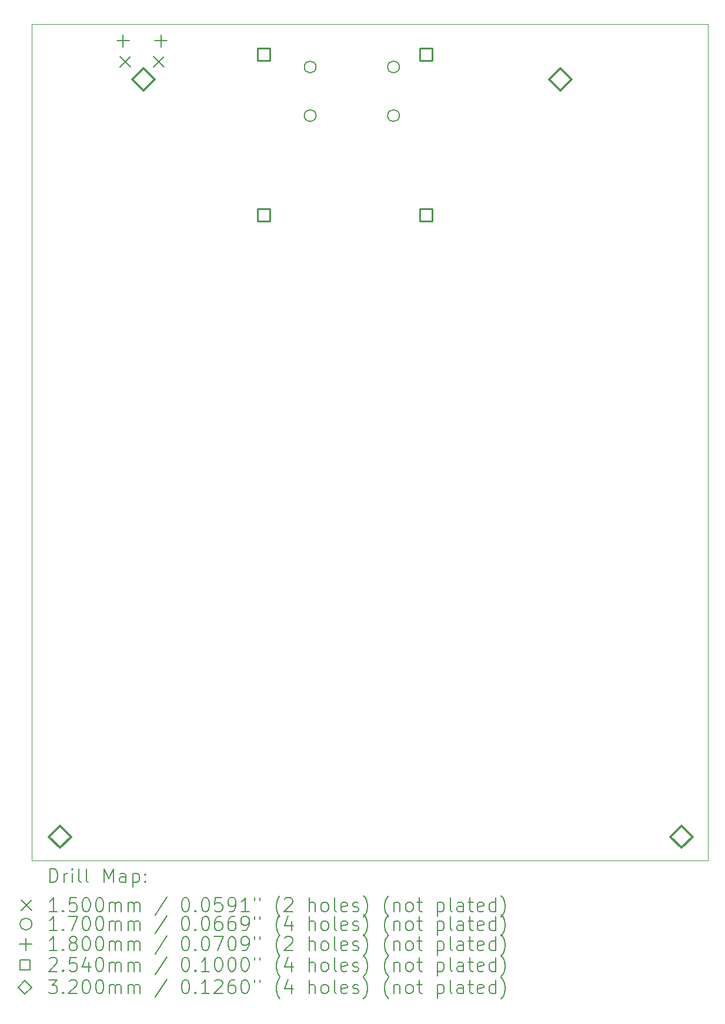
<source format=gbr>
%TF.GenerationSoftware,KiCad,Pcbnew,8.0.4*%
%TF.CreationDate,2024-08-26T20:04:37-05:00*%
%TF.ProjectId,controller,636f6e74-726f-46c6-9c65-722e6b696361,2*%
%TF.SameCoordinates,Original*%
%TF.FileFunction,Drillmap*%
%TF.FilePolarity,Positive*%
%FSLAX45Y45*%
G04 Gerber Fmt 4.5, Leading zero omitted, Abs format (unit mm)*
G04 Created by KiCad (PCBNEW 8.0.4) date 2024-08-26 20:04:37*
%MOMM*%
%LPD*%
G01*
G04 APERTURE LIST*
%ADD10C,0.050000*%
%ADD11C,0.200000*%
%ADD12C,0.150000*%
%ADD13C,0.170000*%
%ADD14C,0.180000*%
%ADD15C,0.254000*%
%ADD16C,0.320000*%
G04 APERTURE END LIST*
D10*
X3755000Y-3325000D02*
X13485000Y-3325000D01*
X13485000Y-15365000D01*
X3755000Y-15365000D01*
X3755000Y-3325000D01*
D11*
D12*
X5021500Y-3791000D02*
X5171500Y-3941000D01*
X5171500Y-3791000D02*
X5021500Y-3941000D01*
X5506500Y-3791000D02*
X5656500Y-3941000D01*
X5656500Y-3791000D02*
X5506500Y-3941000D01*
D13*
X7845000Y-3940000D02*
G75*
G02*
X7675000Y-3940000I-85000J0D01*
G01*
X7675000Y-3940000D02*
G75*
G02*
X7845000Y-3940000I85000J0D01*
G01*
X7845000Y-4640000D02*
G75*
G02*
X7675000Y-4640000I-85000J0D01*
G01*
X7675000Y-4640000D02*
G75*
G02*
X7845000Y-4640000I85000J0D01*
G01*
X9045000Y-3940000D02*
G75*
G02*
X8875000Y-3940000I-85000J0D01*
G01*
X8875000Y-3940000D02*
G75*
G02*
X9045000Y-3940000I85000J0D01*
G01*
X9045000Y-4640000D02*
G75*
G02*
X8875000Y-4640000I-85000J0D01*
G01*
X8875000Y-4640000D02*
G75*
G02*
X9045000Y-4640000I85000J0D01*
G01*
D14*
X5066500Y-3473000D02*
X5066500Y-3653000D01*
X4976500Y-3563000D02*
X5156500Y-3563000D01*
X5611500Y-3473000D02*
X5611500Y-3653000D01*
X5521500Y-3563000D02*
X5701500Y-3563000D01*
D15*
X7179803Y-3849803D02*
X7179803Y-3670197D01*
X7000197Y-3670197D01*
X7000197Y-3849803D01*
X7179803Y-3849803D01*
X7179803Y-6161203D02*
X7179803Y-5981597D01*
X7000197Y-5981597D01*
X7000197Y-6161203D01*
X7179803Y-6161203D01*
X9516603Y-3849803D02*
X9516603Y-3670197D01*
X9336997Y-3670197D01*
X9336997Y-3849803D01*
X9516603Y-3849803D01*
X9516603Y-6161203D02*
X9516603Y-5981597D01*
X9336997Y-5981597D01*
X9336997Y-6161203D01*
X9516603Y-6161203D01*
D16*
X4160000Y-15180000D02*
X4320000Y-15020000D01*
X4160000Y-14860000D01*
X4000000Y-15020000D01*
X4160000Y-15180000D01*
X5360000Y-4280000D02*
X5520000Y-4120000D01*
X5360000Y-3960000D01*
X5200000Y-4120000D01*
X5360000Y-4280000D01*
X11360000Y-4280000D02*
X11520000Y-4120000D01*
X11360000Y-3960000D01*
X11200000Y-4120000D01*
X11360000Y-4280000D01*
X13110000Y-15180000D02*
X13270000Y-15020000D01*
X13110000Y-14860000D01*
X12950000Y-15020000D01*
X13110000Y-15180000D01*
D11*
X4013277Y-15678984D02*
X4013277Y-15478984D01*
X4013277Y-15478984D02*
X4060896Y-15478984D01*
X4060896Y-15478984D02*
X4089467Y-15488508D01*
X4089467Y-15488508D02*
X4108515Y-15507555D01*
X4108515Y-15507555D02*
X4118039Y-15526603D01*
X4118039Y-15526603D02*
X4127562Y-15564698D01*
X4127562Y-15564698D02*
X4127562Y-15593269D01*
X4127562Y-15593269D02*
X4118039Y-15631365D01*
X4118039Y-15631365D02*
X4108515Y-15650412D01*
X4108515Y-15650412D02*
X4089467Y-15669460D01*
X4089467Y-15669460D02*
X4060896Y-15678984D01*
X4060896Y-15678984D02*
X4013277Y-15678984D01*
X4213277Y-15678984D02*
X4213277Y-15545650D01*
X4213277Y-15583746D02*
X4222801Y-15564698D01*
X4222801Y-15564698D02*
X4232324Y-15555174D01*
X4232324Y-15555174D02*
X4251372Y-15545650D01*
X4251372Y-15545650D02*
X4270420Y-15545650D01*
X4337086Y-15678984D02*
X4337086Y-15545650D01*
X4337086Y-15478984D02*
X4327563Y-15488508D01*
X4327563Y-15488508D02*
X4337086Y-15498031D01*
X4337086Y-15498031D02*
X4346610Y-15488508D01*
X4346610Y-15488508D02*
X4337086Y-15478984D01*
X4337086Y-15478984D02*
X4337086Y-15498031D01*
X4460896Y-15678984D02*
X4441848Y-15669460D01*
X4441848Y-15669460D02*
X4432324Y-15650412D01*
X4432324Y-15650412D02*
X4432324Y-15478984D01*
X4565658Y-15678984D02*
X4546610Y-15669460D01*
X4546610Y-15669460D02*
X4537086Y-15650412D01*
X4537086Y-15650412D02*
X4537086Y-15478984D01*
X4794229Y-15678984D02*
X4794229Y-15478984D01*
X4794229Y-15478984D02*
X4860896Y-15621841D01*
X4860896Y-15621841D02*
X4927563Y-15478984D01*
X4927563Y-15478984D02*
X4927563Y-15678984D01*
X5108515Y-15678984D02*
X5108515Y-15574222D01*
X5108515Y-15574222D02*
X5098991Y-15555174D01*
X5098991Y-15555174D02*
X5079944Y-15545650D01*
X5079944Y-15545650D02*
X5041848Y-15545650D01*
X5041848Y-15545650D02*
X5022801Y-15555174D01*
X5108515Y-15669460D02*
X5089467Y-15678984D01*
X5089467Y-15678984D02*
X5041848Y-15678984D01*
X5041848Y-15678984D02*
X5022801Y-15669460D01*
X5022801Y-15669460D02*
X5013277Y-15650412D01*
X5013277Y-15650412D02*
X5013277Y-15631365D01*
X5013277Y-15631365D02*
X5022801Y-15612317D01*
X5022801Y-15612317D02*
X5041848Y-15602793D01*
X5041848Y-15602793D02*
X5089467Y-15602793D01*
X5089467Y-15602793D02*
X5108515Y-15593269D01*
X5203753Y-15545650D02*
X5203753Y-15745650D01*
X5203753Y-15555174D02*
X5222801Y-15545650D01*
X5222801Y-15545650D02*
X5260896Y-15545650D01*
X5260896Y-15545650D02*
X5279944Y-15555174D01*
X5279944Y-15555174D02*
X5289467Y-15564698D01*
X5289467Y-15564698D02*
X5298991Y-15583746D01*
X5298991Y-15583746D02*
X5298991Y-15640888D01*
X5298991Y-15640888D02*
X5289467Y-15659936D01*
X5289467Y-15659936D02*
X5279944Y-15669460D01*
X5279944Y-15669460D02*
X5260896Y-15678984D01*
X5260896Y-15678984D02*
X5222801Y-15678984D01*
X5222801Y-15678984D02*
X5203753Y-15669460D01*
X5384705Y-15659936D02*
X5394229Y-15669460D01*
X5394229Y-15669460D02*
X5384705Y-15678984D01*
X5384705Y-15678984D02*
X5375182Y-15669460D01*
X5375182Y-15669460D02*
X5384705Y-15659936D01*
X5384705Y-15659936D02*
X5384705Y-15678984D01*
X5384705Y-15555174D02*
X5394229Y-15564698D01*
X5394229Y-15564698D02*
X5384705Y-15574222D01*
X5384705Y-15574222D02*
X5375182Y-15564698D01*
X5375182Y-15564698D02*
X5384705Y-15555174D01*
X5384705Y-15555174D02*
X5384705Y-15574222D01*
D12*
X3602500Y-15932500D02*
X3752500Y-16082500D01*
X3752500Y-15932500D02*
X3602500Y-16082500D01*
D11*
X4118039Y-16098984D02*
X4003753Y-16098984D01*
X4060896Y-16098984D02*
X4060896Y-15898984D01*
X4060896Y-15898984D02*
X4041848Y-15927555D01*
X4041848Y-15927555D02*
X4022801Y-15946603D01*
X4022801Y-15946603D02*
X4003753Y-15956127D01*
X4203753Y-16079936D02*
X4213277Y-16089460D01*
X4213277Y-16089460D02*
X4203753Y-16098984D01*
X4203753Y-16098984D02*
X4194229Y-16089460D01*
X4194229Y-16089460D02*
X4203753Y-16079936D01*
X4203753Y-16079936D02*
X4203753Y-16098984D01*
X4394229Y-15898984D02*
X4298991Y-15898984D01*
X4298991Y-15898984D02*
X4289467Y-15994222D01*
X4289467Y-15994222D02*
X4298991Y-15984698D01*
X4298991Y-15984698D02*
X4318039Y-15975174D01*
X4318039Y-15975174D02*
X4365658Y-15975174D01*
X4365658Y-15975174D02*
X4384705Y-15984698D01*
X4384705Y-15984698D02*
X4394229Y-15994222D01*
X4394229Y-15994222D02*
X4403753Y-16013269D01*
X4403753Y-16013269D02*
X4403753Y-16060888D01*
X4403753Y-16060888D02*
X4394229Y-16079936D01*
X4394229Y-16079936D02*
X4384705Y-16089460D01*
X4384705Y-16089460D02*
X4365658Y-16098984D01*
X4365658Y-16098984D02*
X4318039Y-16098984D01*
X4318039Y-16098984D02*
X4298991Y-16089460D01*
X4298991Y-16089460D02*
X4289467Y-16079936D01*
X4527563Y-15898984D02*
X4546610Y-15898984D01*
X4546610Y-15898984D02*
X4565658Y-15908508D01*
X4565658Y-15908508D02*
X4575182Y-15918031D01*
X4575182Y-15918031D02*
X4584705Y-15937079D01*
X4584705Y-15937079D02*
X4594229Y-15975174D01*
X4594229Y-15975174D02*
X4594229Y-16022793D01*
X4594229Y-16022793D02*
X4584705Y-16060888D01*
X4584705Y-16060888D02*
X4575182Y-16079936D01*
X4575182Y-16079936D02*
X4565658Y-16089460D01*
X4565658Y-16089460D02*
X4546610Y-16098984D01*
X4546610Y-16098984D02*
X4527563Y-16098984D01*
X4527563Y-16098984D02*
X4508515Y-16089460D01*
X4508515Y-16089460D02*
X4498991Y-16079936D01*
X4498991Y-16079936D02*
X4489467Y-16060888D01*
X4489467Y-16060888D02*
X4479944Y-16022793D01*
X4479944Y-16022793D02*
X4479944Y-15975174D01*
X4479944Y-15975174D02*
X4489467Y-15937079D01*
X4489467Y-15937079D02*
X4498991Y-15918031D01*
X4498991Y-15918031D02*
X4508515Y-15908508D01*
X4508515Y-15908508D02*
X4527563Y-15898984D01*
X4718039Y-15898984D02*
X4737086Y-15898984D01*
X4737086Y-15898984D02*
X4756134Y-15908508D01*
X4756134Y-15908508D02*
X4765658Y-15918031D01*
X4765658Y-15918031D02*
X4775182Y-15937079D01*
X4775182Y-15937079D02*
X4784705Y-15975174D01*
X4784705Y-15975174D02*
X4784705Y-16022793D01*
X4784705Y-16022793D02*
X4775182Y-16060888D01*
X4775182Y-16060888D02*
X4765658Y-16079936D01*
X4765658Y-16079936D02*
X4756134Y-16089460D01*
X4756134Y-16089460D02*
X4737086Y-16098984D01*
X4737086Y-16098984D02*
X4718039Y-16098984D01*
X4718039Y-16098984D02*
X4698991Y-16089460D01*
X4698991Y-16089460D02*
X4689467Y-16079936D01*
X4689467Y-16079936D02*
X4679944Y-16060888D01*
X4679944Y-16060888D02*
X4670420Y-16022793D01*
X4670420Y-16022793D02*
X4670420Y-15975174D01*
X4670420Y-15975174D02*
X4679944Y-15937079D01*
X4679944Y-15937079D02*
X4689467Y-15918031D01*
X4689467Y-15918031D02*
X4698991Y-15908508D01*
X4698991Y-15908508D02*
X4718039Y-15898984D01*
X4870420Y-16098984D02*
X4870420Y-15965650D01*
X4870420Y-15984698D02*
X4879944Y-15975174D01*
X4879944Y-15975174D02*
X4898991Y-15965650D01*
X4898991Y-15965650D02*
X4927563Y-15965650D01*
X4927563Y-15965650D02*
X4946610Y-15975174D01*
X4946610Y-15975174D02*
X4956134Y-15994222D01*
X4956134Y-15994222D02*
X4956134Y-16098984D01*
X4956134Y-15994222D02*
X4965658Y-15975174D01*
X4965658Y-15975174D02*
X4984705Y-15965650D01*
X4984705Y-15965650D02*
X5013277Y-15965650D01*
X5013277Y-15965650D02*
X5032325Y-15975174D01*
X5032325Y-15975174D02*
X5041848Y-15994222D01*
X5041848Y-15994222D02*
X5041848Y-16098984D01*
X5137086Y-16098984D02*
X5137086Y-15965650D01*
X5137086Y-15984698D02*
X5146610Y-15975174D01*
X5146610Y-15975174D02*
X5165658Y-15965650D01*
X5165658Y-15965650D02*
X5194229Y-15965650D01*
X5194229Y-15965650D02*
X5213277Y-15975174D01*
X5213277Y-15975174D02*
X5222801Y-15994222D01*
X5222801Y-15994222D02*
X5222801Y-16098984D01*
X5222801Y-15994222D02*
X5232325Y-15975174D01*
X5232325Y-15975174D02*
X5251372Y-15965650D01*
X5251372Y-15965650D02*
X5279944Y-15965650D01*
X5279944Y-15965650D02*
X5298991Y-15975174D01*
X5298991Y-15975174D02*
X5308515Y-15994222D01*
X5308515Y-15994222D02*
X5308515Y-16098984D01*
X5698991Y-15889460D02*
X5527563Y-16146603D01*
X5956134Y-15898984D02*
X5975182Y-15898984D01*
X5975182Y-15898984D02*
X5994229Y-15908508D01*
X5994229Y-15908508D02*
X6003753Y-15918031D01*
X6003753Y-15918031D02*
X6013277Y-15937079D01*
X6013277Y-15937079D02*
X6022801Y-15975174D01*
X6022801Y-15975174D02*
X6022801Y-16022793D01*
X6022801Y-16022793D02*
X6013277Y-16060888D01*
X6013277Y-16060888D02*
X6003753Y-16079936D01*
X6003753Y-16079936D02*
X5994229Y-16089460D01*
X5994229Y-16089460D02*
X5975182Y-16098984D01*
X5975182Y-16098984D02*
X5956134Y-16098984D01*
X5956134Y-16098984D02*
X5937086Y-16089460D01*
X5937086Y-16089460D02*
X5927563Y-16079936D01*
X5927563Y-16079936D02*
X5918039Y-16060888D01*
X5918039Y-16060888D02*
X5908515Y-16022793D01*
X5908515Y-16022793D02*
X5908515Y-15975174D01*
X5908515Y-15975174D02*
X5918039Y-15937079D01*
X5918039Y-15937079D02*
X5927563Y-15918031D01*
X5927563Y-15918031D02*
X5937086Y-15908508D01*
X5937086Y-15908508D02*
X5956134Y-15898984D01*
X6108515Y-16079936D02*
X6118039Y-16089460D01*
X6118039Y-16089460D02*
X6108515Y-16098984D01*
X6108515Y-16098984D02*
X6098991Y-16089460D01*
X6098991Y-16089460D02*
X6108515Y-16079936D01*
X6108515Y-16079936D02*
X6108515Y-16098984D01*
X6241848Y-15898984D02*
X6260896Y-15898984D01*
X6260896Y-15898984D02*
X6279944Y-15908508D01*
X6279944Y-15908508D02*
X6289467Y-15918031D01*
X6289467Y-15918031D02*
X6298991Y-15937079D01*
X6298991Y-15937079D02*
X6308515Y-15975174D01*
X6308515Y-15975174D02*
X6308515Y-16022793D01*
X6308515Y-16022793D02*
X6298991Y-16060888D01*
X6298991Y-16060888D02*
X6289467Y-16079936D01*
X6289467Y-16079936D02*
X6279944Y-16089460D01*
X6279944Y-16089460D02*
X6260896Y-16098984D01*
X6260896Y-16098984D02*
X6241848Y-16098984D01*
X6241848Y-16098984D02*
X6222801Y-16089460D01*
X6222801Y-16089460D02*
X6213277Y-16079936D01*
X6213277Y-16079936D02*
X6203753Y-16060888D01*
X6203753Y-16060888D02*
X6194229Y-16022793D01*
X6194229Y-16022793D02*
X6194229Y-15975174D01*
X6194229Y-15975174D02*
X6203753Y-15937079D01*
X6203753Y-15937079D02*
X6213277Y-15918031D01*
X6213277Y-15918031D02*
X6222801Y-15908508D01*
X6222801Y-15908508D02*
X6241848Y-15898984D01*
X6489467Y-15898984D02*
X6394229Y-15898984D01*
X6394229Y-15898984D02*
X6384706Y-15994222D01*
X6384706Y-15994222D02*
X6394229Y-15984698D01*
X6394229Y-15984698D02*
X6413277Y-15975174D01*
X6413277Y-15975174D02*
X6460896Y-15975174D01*
X6460896Y-15975174D02*
X6479944Y-15984698D01*
X6479944Y-15984698D02*
X6489467Y-15994222D01*
X6489467Y-15994222D02*
X6498991Y-16013269D01*
X6498991Y-16013269D02*
X6498991Y-16060888D01*
X6498991Y-16060888D02*
X6489467Y-16079936D01*
X6489467Y-16079936D02*
X6479944Y-16089460D01*
X6479944Y-16089460D02*
X6460896Y-16098984D01*
X6460896Y-16098984D02*
X6413277Y-16098984D01*
X6413277Y-16098984D02*
X6394229Y-16089460D01*
X6394229Y-16089460D02*
X6384706Y-16079936D01*
X6594229Y-16098984D02*
X6632325Y-16098984D01*
X6632325Y-16098984D02*
X6651372Y-16089460D01*
X6651372Y-16089460D02*
X6660896Y-16079936D01*
X6660896Y-16079936D02*
X6679944Y-16051365D01*
X6679944Y-16051365D02*
X6689467Y-16013269D01*
X6689467Y-16013269D02*
X6689467Y-15937079D01*
X6689467Y-15937079D02*
X6679944Y-15918031D01*
X6679944Y-15918031D02*
X6670420Y-15908508D01*
X6670420Y-15908508D02*
X6651372Y-15898984D01*
X6651372Y-15898984D02*
X6613277Y-15898984D01*
X6613277Y-15898984D02*
X6594229Y-15908508D01*
X6594229Y-15908508D02*
X6584706Y-15918031D01*
X6584706Y-15918031D02*
X6575182Y-15937079D01*
X6575182Y-15937079D02*
X6575182Y-15984698D01*
X6575182Y-15984698D02*
X6584706Y-16003746D01*
X6584706Y-16003746D02*
X6594229Y-16013269D01*
X6594229Y-16013269D02*
X6613277Y-16022793D01*
X6613277Y-16022793D02*
X6651372Y-16022793D01*
X6651372Y-16022793D02*
X6670420Y-16013269D01*
X6670420Y-16013269D02*
X6679944Y-16003746D01*
X6679944Y-16003746D02*
X6689467Y-15984698D01*
X6879944Y-16098984D02*
X6765658Y-16098984D01*
X6822801Y-16098984D02*
X6822801Y-15898984D01*
X6822801Y-15898984D02*
X6803753Y-15927555D01*
X6803753Y-15927555D02*
X6784706Y-15946603D01*
X6784706Y-15946603D02*
X6765658Y-15956127D01*
X6956134Y-15898984D02*
X6956134Y-15937079D01*
X7032325Y-15898984D02*
X7032325Y-15937079D01*
X7327563Y-16175174D02*
X7318039Y-16165650D01*
X7318039Y-16165650D02*
X7298991Y-16137079D01*
X7298991Y-16137079D02*
X7289468Y-16118031D01*
X7289468Y-16118031D02*
X7279944Y-16089460D01*
X7279944Y-16089460D02*
X7270420Y-16041841D01*
X7270420Y-16041841D02*
X7270420Y-16003746D01*
X7270420Y-16003746D02*
X7279944Y-15956127D01*
X7279944Y-15956127D02*
X7289468Y-15927555D01*
X7289468Y-15927555D02*
X7298991Y-15908508D01*
X7298991Y-15908508D02*
X7318039Y-15879936D01*
X7318039Y-15879936D02*
X7327563Y-15870412D01*
X7394229Y-15918031D02*
X7403753Y-15908508D01*
X7403753Y-15908508D02*
X7422801Y-15898984D01*
X7422801Y-15898984D02*
X7470420Y-15898984D01*
X7470420Y-15898984D02*
X7489468Y-15908508D01*
X7489468Y-15908508D02*
X7498991Y-15918031D01*
X7498991Y-15918031D02*
X7508515Y-15937079D01*
X7508515Y-15937079D02*
X7508515Y-15956127D01*
X7508515Y-15956127D02*
X7498991Y-15984698D01*
X7498991Y-15984698D02*
X7384706Y-16098984D01*
X7384706Y-16098984D02*
X7508515Y-16098984D01*
X7746610Y-16098984D02*
X7746610Y-15898984D01*
X7832325Y-16098984D02*
X7832325Y-15994222D01*
X7832325Y-15994222D02*
X7822801Y-15975174D01*
X7822801Y-15975174D02*
X7803753Y-15965650D01*
X7803753Y-15965650D02*
X7775182Y-15965650D01*
X7775182Y-15965650D02*
X7756134Y-15975174D01*
X7756134Y-15975174D02*
X7746610Y-15984698D01*
X7956134Y-16098984D02*
X7937087Y-16089460D01*
X7937087Y-16089460D02*
X7927563Y-16079936D01*
X7927563Y-16079936D02*
X7918039Y-16060888D01*
X7918039Y-16060888D02*
X7918039Y-16003746D01*
X7918039Y-16003746D02*
X7927563Y-15984698D01*
X7927563Y-15984698D02*
X7937087Y-15975174D01*
X7937087Y-15975174D02*
X7956134Y-15965650D01*
X7956134Y-15965650D02*
X7984706Y-15965650D01*
X7984706Y-15965650D02*
X8003753Y-15975174D01*
X8003753Y-15975174D02*
X8013277Y-15984698D01*
X8013277Y-15984698D02*
X8022801Y-16003746D01*
X8022801Y-16003746D02*
X8022801Y-16060888D01*
X8022801Y-16060888D02*
X8013277Y-16079936D01*
X8013277Y-16079936D02*
X8003753Y-16089460D01*
X8003753Y-16089460D02*
X7984706Y-16098984D01*
X7984706Y-16098984D02*
X7956134Y-16098984D01*
X8137087Y-16098984D02*
X8118039Y-16089460D01*
X8118039Y-16089460D02*
X8108515Y-16070412D01*
X8108515Y-16070412D02*
X8108515Y-15898984D01*
X8289468Y-16089460D02*
X8270420Y-16098984D01*
X8270420Y-16098984D02*
X8232325Y-16098984D01*
X8232325Y-16098984D02*
X8213277Y-16089460D01*
X8213277Y-16089460D02*
X8203753Y-16070412D01*
X8203753Y-16070412D02*
X8203753Y-15994222D01*
X8203753Y-15994222D02*
X8213277Y-15975174D01*
X8213277Y-15975174D02*
X8232325Y-15965650D01*
X8232325Y-15965650D02*
X8270420Y-15965650D01*
X8270420Y-15965650D02*
X8289468Y-15975174D01*
X8289468Y-15975174D02*
X8298991Y-15994222D01*
X8298991Y-15994222D02*
X8298991Y-16013269D01*
X8298991Y-16013269D02*
X8203753Y-16032317D01*
X8375182Y-16089460D02*
X8394230Y-16098984D01*
X8394230Y-16098984D02*
X8432325Y-16098984D01*
X8432325Y-16098984D02*
X8451373Y-16089460D01*
X8451373Y-16089460D02*
X8460896Y-16070412D01*
X8460896Y-16070412D02*
X8460896Y-16060888D01*
X8460896Y-16060888D02*
X8451373Y-16041841D01*
X8451373Y-16041841D02*
X8432325Y-16032317D01*
X8432325Y-16032317D02*
X8403753Y-16032317D01*
X8403753Y-16032317D02*
X8384706Y-16022793D01*
X8384706Y-16022793D02*
X8375182Y-16003746D01*
X8375182Y-16003746D02*
X8375182Y-15994222D01*
X8375182Y-15994222D02*
X8384706Y-15975174D01*
X8384706Y-15975174D02*
X8403753Y-15965650D01*
X8403753Y-15965650D02*
X8432325Y-15965650D01*
X8432325Y-15965650D02*
X8451373Y-15975174D01*
X8527563Y-16175174D02*
X8537087Y-16165650D01*
X8537087Y-16165650D02*
X8556134Y-16137079D01*
X8556134Y-16137079D02*
X8565658Y-16118031D01*
X8565658Y-16118031D02*
X8575182Y-16089460D01*
X8575182Y-16089460D02*
X8584706Y-16041841D01*
X8584706Y-16041841D02*
X8584706Y-16003746D01*
X8584706Y-16003746D02*
X8575182Y-15956127D01*
X8575182Y-15956127D02*
X8565658Y-15927555D01*
X8565658Y-15927555D02*
X8556134Y-15908508D01*
X8556134Y-15908508D02*
X8537087Y-15879936D01*
X8537087Y-15879936D02*
X8527563Y-15870412D01*
X8889468Y-16175174D02*
X8879944Y-16165650D01*
X8879944Y-16165650D02*
X8860896Y-16137079D01*
X8860896Y-16137079D02*
X8851373Y-16118031D01*
X8851373Y-16118031D02*
X8841849Y-16089460D01*
X8841849Y-16089460D02*
X8832325Y-16041841D01*
X8832325Y-16041841D02*
X8832325Y-16003746D01*
X8832325Y-16003746D02*
X8841849Y-15956127D01*
X8841849Y-15956127D02*
X8851373Y-15927555D01*
X8851373Y-15927555D02*
X8860896Y-15908508D01*
X8860896Y-15908508D02*
X8879944Y-15879936D01*
X8879944Y-15879936D02*
X8889468Y-15870412D01*
X8965658Y-15965650D02*
X8965658Y-16098984D01*
X8965658Y-15984698D02*
X8975182Y-15975174D01*
X8975182Y-15975174D02*
X8994230Y-15965650D01*
X8994230Y-15965650D02*
X9022801Y-15965650D01*
X9022801Y-15965650D02*
X9041849Y-15975174D01*
X9041849Y-15975174D02*
X9051373Y-15994222D01*
X9051373Y-15994222D02*
X9051373Y-16098984D01*
X9175182Y-16098984D02*
X9156134Y-16089460D01*
X9156134Y-16089460D02*
X9146611Y-16079936D01*
X9146611Y-16079936D02*
X9137087Y-16060888D01*
X9137087Y-16060888D02*
X9137087Y-16003746D01*
X9137087Y-16003746D02*
X9146611Y-15984698D01*
X9146611Y-15984698D02*
X9156134Y-15975174D01*
X9156134Y-15975174D02*
X9175182Y-15965650D01*
X9175182Y-15965650D02*
X9203754Y-15965650D01*
X9203754Y-15965650D02*
X9222801Y-15975174D01*
X9222801Y-15975174D02*
X9232325Y-15984698D01*
X9232325Y-15984698D02*
X9241849Y-16003746D01*
X9241849Y-16003746D02*
X9241849Y-16060888D01*
X9241849Y-16060888D02*
X9232325Y-16079936D01*
X9232325Y-16079936D02*
X9222801Y-16089460D01*
X9222801Y-16089460D02*
X9203754Y-16098984D01*
X9203754Y-16098984D02*
X9175182Y-16098984D01*
X9298992Y-15965650D02*
X9375182Y-15965650D01*
X9327563Y-15898984D02*
X9327563Y-16070412D01*
X9327563Y-16070412D02*
X9337087Y-16089460D01*
X9337087Y-16089460D02*
X9356134Y-16098984D01*
X9356134Y-16098984D02*
X9375182Y-16098984D01*
X9594230Y-15965650D02*
X9594230Y-16165650D01*
X9594230Y-15975174D02*
X9613277Y-15965650D01*
X9613277Y-15965650D02*
X9651373Y-15965650D01*
X9651373Y-15965650D02*
X9670420Y-15975174D01*
X9670420Y-15975174D02*
X9679944Y-15984698D01*
X9679944Y-15984698D02*
X9689468Y-16003746D01*
X9689468Y-16003746D02*
X9689468Y-16060888D01*
X9689468Y-16060888D02*
X9679944Y-16079936D01*
X9679944Y-16079936D02*
X9670420Y-16089460D01*
X9670420Y-16089460D02*
X9651373Y-16098984D01*
X9651373Y-16098984D02*
X9613277Y-16098984D01*
X9613277Y-16098984D02*
X9594230Y-16089460D01*
X9803754Y-16098984D02*
X9784706Y-16089460D01*
X9784706Y-16089460D02*
X9775182Y-16070412D01*
X9775182Y-16070412D02*
X9775182Y-15898984D01*
X9965658Y-16098984D02*
X9965658Y-15994222D01*
X9965658Y-15994222D02*
X9956135Y-15975174D01*
X9956135Y-15975174D02*
X9937087Y-15965650D01*
X9937087Y-15965650D02*
X9898992Y-15965650D01*
X9898992Y-15965650D02*
X9879944Y-15975174D01*
X9965658Y-16089460D02*
X9946611Y-16098984D01*
X9946611Y-16098984D02*
X9898992Y-16098984D01*
X9898992Y-16098984D02*
X9879944Y-16089460D01*
X9879944Y-16089460D02*
X9870420Y-16070412D01*
X9870420Y-16070412D02*
X9870420Y-16051365D01*
X9870420Y-16051365D02*
X9879944Y-16032317D01*
X9879944Y-16032317D02*
X9898992Y-16022793D01*
X9898992Y-16022793D02*
X9946611Y-16022793D01*
X9946611Y-16022793D02*
X9965658Y-16013269D01*
X10032325Y-15965650D02*
X10108515Y-15965650D01*
X10060896Y-15898984D02*
X10060896Y-16070412D01*
X10060896Y-16070412D02*
X10070420Y-16089460D01*
X10070420Y-16089460D02*
X10089468Y-16098984D01*
X10089468Y-16098984D02*
X10108515Y-16098984D01*
X10251373Y-16089460D02*
X10232325Y-16098984D01*
X10232325Y-16098984D02*
X10194230Y-16098984D01*
X10194230Y-16098984D02*
X10175182Y-16089460D01*
X10175182Y-16089460D02*
X10165658Y-16070412D01*
X10165658Y-16070412D02*
X10165658Y-15994222D01*
X10165658Y-15994222D02*
X10175182Y-15975174D01*
X10175182Y-15975174D02*
X10194230Y-15965650D01*
X10194230Y-15965650D02*
X10232325Y-15965650D01*
X10232325Y-15965650D02*
X10251373Y-15975174D01*
X10251373Y-15975174D02*
X10260896Y-15994222D01*
X10260896Y-15994222D02*
X10260896Y-16013269D01*
X10260896Y-16013269D02*
X10165658Y-16032317D01*
X10432325Y-16098984D02*
X10432325Y-15898984D01*
X10432325Y-16089460D02*
X10413277Y-16098984D01*
X10413277Y-16098984D02*
X10375182Y-16098984D01*
X10375182Y-16098984D02*
X10356135Y-16089460D01*
X10356135Y-16089460D02*
X10346611Y-16079936D01*
X10346611Y-16079936D02*
X10337087Y-16060888D01*
X10337087Y-16060888D02*
X10337087Y-16003746D01*
X10337087Y-16003746D02*
X10346611Y-15984698D01*
X10346611Y-15984698D02*
X10356135Y-15975174D01*
X10356135Y-15975174D02*
X10375182Y-15965650D01*
X10375182Y-15965650D02*
X10413277Y-15965650D01*
X10413277Y-15965650D02*
X10432325Y-15975174D01*
X10508516Y-16175174D02*
X10518039Y-16165650D01*
X10518039Y-16165650D02*
X10537087Y-16137079D01*
X10537087Y-16137079D02*
X10546611Y-16118031D01*
X10546611Y-16118031D02*
X10556135Y-16089460D01*
X10556135Y-16089460D02*
X10565658Y-16041841D01*
X10565658Y-16041841D02*
X10565658Y-16003746D01*
X10565658Y-16003746D02*
X10556135Y-15956127D01*
X10556135Y-15956127D02*
X10546611Y-15927555D01*
X10546611Y-15927555D02*
X10537087Y-15908508D01*
X10537087Y-15908508D02*
X10518039Y-15879936D01*
X10518039Y-15879936D02*
X10508516Y-15870412D01*
D13*
X3752500Y-16277500D02*
G75*
G02*
X3582500Y-16277500I-85000J0D01*
G01*
X3582500Y-16277500D02*
G75*
G02*
X3752500Y-16277500I85000J0D01*
G01*
D11*
X4118039Y-16368984D02*
X4003753Y-16368984D01*
X4060896Y-16368984D02*
X4060896Y-16168984D01*
X4060896Y-16168984D02*
X4041848Y-16197555D01*
X4041848Y-16197555D02*
X4022801Y-16216603D01*
X4022801Y-16216603D02*
X4003753Y-16226127D01*
X4203753Y-16349936D02*
X4213277Y-16359460D01*
X4213277Y-16359460D02*
X4203753Y-16368984D01*
X4203753Y-16368984D02*
X4194229Y-16359460D01*
X4194229Y-16359460D02*
X4203753Y-16349936D01*
X4203753Y-16349936D02*
X4203753Y-16368984D01*
X4279944Y-16168984D02*
X4413277Y-16168984D01*
X4413277Y-16168984D02*
X4327563Y-16368984D01*
X4527563Y-16168984D02*
X4546610Y-16168984D01*
X4546610Y-16168984D02*
X4565658Y-16178508D01*
X4565658Y-16178508D02*
X4575182Y-16188031D01*
X4575182Y-16188031D02*
X4584705Y-16207079D01*
X4584705Y-16207079D02*
X4594229Y-16245174D01*
X4594229Y-16245174D02*
X4594229Y-16292793D01*
X4594229Y-16292793D02*
X4584705Y-16330888D01*
X4584705Y-16330888D02*
X4575182Y-16349936D01*
X4575182Y-16349936D02*
X4565658Y-16359460D01*
X4565658Y-16359460D02*
X4546610Y-16368984D01*
X4546610Y-16368984D02*
X4527563Y-16368984D01*
X4527563Y-16368984D02*
X4508515Y-16359460D01*
X4508515Y-16359460D02*
X4498991Y-16349936D01*
X4498991Y-16349936D02*
X4489467Y-16330888D01*
X4489467Y-16330888D02*
X4479944Y-16292793D01*
X4479944Y-16292793D02*
X4479944Y-16245174D01*
X4479944Y-16245174D02*
X4489467Y-16207079D01*
X4489467Y-16207079D02*
X4498991Y-16188031D01*
X4498991Y-16188031D02*
X4508515Y-16178508D01*
X4508515Y-16178508D02*
X4527563Y-16168984D01*
X4718039Y-16168984D02*
X4737086Y-16168984D01*
X4737086Y-16168984D02*
X4756134Y-16178508D01*
X4756134Y-16178508D02*
X4765658Y-16188031D01*
X4765658Y-16188031D02*
X4775182Y-16207079D01*
X4775182Y-16207079D02*
X4784705Y-16245174D01*
X4784705Y-16245174D02*
X4784705Y-16292793D01*
X4784705Y-16292793D02*
X4775182Y-16330888D01*
X4775182Y-16330888D02*
X4765658Y-16349936D01*
X4765658Y-16349936D02*
X4756134Y-16359460D01*
X4756134Y-16359460D02*
X4737086Y-16368984D01*
X4737086Y-16368984D02*
X4718039Y-16368984D01*
X4718039Y-16368984D02*
X4698991Y-16359460D01*
X4698991Y-16359460D02*
X4689467Y-16349936D01*
X4689467Y-16349936D02*
X4679944Y-16330888D01*
X4679944Y-16330888D02*
X4670420Y-16292793D01*
X4670420Y-16292793D02*
X4670420Y-16245174D01*
X4670420Y-16245174D02*
X4679944Y-16207079D01*
X4679944Y-16207079D02*
X4689467Y-16188031D01*
X4689467Y-16188031D02*
X4698991Y-16178508D01*
X4698991Y-16178508D02*
X4718039Y-16168984D01*
X4870420Y-16368984D02*
X4870420Y-16235650D01*
X4870420Y-16254698D02*
X4879944Y-16245174D01*
X4879944Y-16245174D02*
X4898991Y-16235650D01*
X4898991Y-16235650D02*
X4927563Y-16235650D01*
X4927563Y-16235650D02*
X4946610Y-16245174D01*
X4946610Y-16245174D02*
X4956134Y-16264222D01*
X4956134Y-16264222D02*
X4956134Y-16368984D01*
X4956134Y-16264222D02*
X4965658Y-16245174D01*
X4965658Y-16245174D02*
X4984705Y-16235650D01*
X4984705Y-16235650D02*
X5013277Y-16235650D01*
X5013277Y-16235650D02*
X5032325Y-16245174D01*
X5032325Y-16245174D02*
X5041848Y-16264222D01*
X5041848Y-16264222D02*
X5041848Y-16368984D01*
X5137086Y-16368984D02*
X5137086Y-16235650D01*
X5137086Y-16254698D02*
X5146610Y-16245174D01*
X5146610Y-16245174D02*
X5165658Y-16235650D01*
X5165658Y-16235650D02*
X5194229Y-16235650D01*
X5194229Y-16235650D02*
X5213277Y-16245174D01*
X5213277Y-16245174D02*
X5222801Y-16264222D01*
X5222801Y-16264222D02*
X5222801Y-16368984D01*
X5222801Y-16264222D02*
X5232325Y-16245174D01*
X5232325Y-16245174D02*
X5251372Y-16235650D01*
X5251372Y-16235650D02*
X5279944Y-16235650D01*
X5279944Y-16235650D02*
X5298991Y-16245174D01*
X5298991Y-16245174D02*
X5308515Y-16264222D01*
X5308515Y-16264222D02*
X5308515Y-16368984D01*
X5698991Y-16159460D02*
X5527563Y-16416603D01*
X5956134Y-16168984D02*
X5975182Y-16168984D01*
X5975182Y-16168984D02*
X5994229Y-16178508D01*
X5994229Y-16178508D02*
X6003753Y-16188031D01*
X6003753Y-16188031D02*
X6013277Y-16207079D01*
X6013277Y-16207079D02*
X6022801Y-16245174D01*
X6022801Y-16245174D02*
X6022801Y-16292793D01*
X6022801Y-16292793D02*
X6013277Y-16330888D01*
X6013277Y-16330888D02*
X6003753Y-16349936D01*
X6003753Y-16349936D02*
X5994229Y-16359460D01*
X5994229Y-16359460D02*
X5975182Y-16368984D01*
X5975182Y-16368984D02*
X5956134Y-16368984D01*
X5956134Y-16368984D02*
X5937086Y-16359460D01*
X5937086Y-16359460D02*
X5927563Y-16349936D01*
X5927563Y-16349936D02*
X5918039Y-16330888D01*
X5918039Y-16330888D02*
X5908515Y-16292793D01*
X5908515Y-16292793D02*
X5908515Y-16245174D01*
X5908515Y-16245174D02*
X5918039Y-16207079D01*
X5918039Y-16207079D02*
X5927563Y-16188031D01*
X5927563Y-16188031D02*
X5937086Y-16178508D01*
X5937086Y-16178508D02*
X5956134Y-16168984D01*
X6108515Y-16349936D02*
X6118039Y-16359460D01*
X6118039Y-16359460D02*
X6108515Y-16368984D01*
X6108515Y-16368984D02*
X6098991Y-16359460D01*
X6098991Y-16359460D02*
X6108515Y-16349936D01*
X6108515Y-16349936D02*
X6108515Y-16368984D01*
X6241848Y-16168984D02*
X6260896Y-16168984D01*
X6260896Y-16168984D02*
X6279944Y-16178508D01*
X6279944Y-16178508D02*
X6289467Y-16188031D01*
X6289467Y-16188031D02*
X6298991Y-16207079D01*
X6298991Y-16207079D02*
X6308515Y-16245174D01*
X6308515Y-16245174D02*
X6308515Y-16292793D01*
X6308515Y-16292793D02*
X6298991Y-16330888D01*
X6298991Y-16330888D02*
X6289467Y-16349936D01*
X6289467Y-16349936D02*
X6279944Y-16359460D01*
X6279944Y-16359460D02*
X6260896Y-16368984D01*
X6260896Y-16368984D02*
X6241848Y-16368984D01*
X6241848Y-16368984D02*
X6222801Y-16359460D01*
X6222801Y-16359460D02*
X6213277Y-16349936D01*
X6213277Y-16349936D02*
X6203753Y-16330888D01*
X6203753Y-16330888D02*
X6194229Y-16292793D01*
X6194229Y-16292793D02*
X6194229Y-16245174D01*
X6194229Y-16245174D02*
X6203753Y-16207079D01*
X6203753Y-16207079D02*
X6213277Y-16188031D01*
X6213277Y-16188031D02*
X6222801Y-16178508D01*
X6222801Y-16178508D02*
X6241848Y-16168984D01*
X6479944Y-16168984D02*
X6441848Y-16168984D01*
X6441848Y-16168984D02*
X6422801Y-16178508D01*
X6422801Y-16178508D02*
X6413277Y-16188031D01*
X6413277Y-16188031D02*
X6394229Y-16216603D01*
X6394229Y-16216603D02*
X6384706Y-16254698D01*
X6384706Y-16254698D02*
X6384706Y-16330888D01*
X6384706Y-16330888D02*
X6394229Y-16349936D01*
X6394229Y-16349936D02*
X6403753Y-16359460D01*
X6403753Y-16359460D02*
X6422801Y-16368984D01*
X6422801Y-16368984D02*
X6460896Y-16368984D01*
X6460896Y-16368984D02*
X6479944Y-16359460D01*
X6479944Y-16359460D02*
X6489467Y-16349936D01*
X6489467Y-16349936D02*
X6498991Y-16330888D01*
X6498991Y-16330888D02*
X6498991Y-16283269D01*
X6498991Y-16283269D02*
X6489467Y-16264222D01*
X6489467Y-16264222D02*
X6479944Y-16254698D01*
X6479944Y-16254698D02*
X6460896Y-16245174D01*
X6460896Y-16245174D02*
X6422801Y-16245174D01*
X6422801Y-16245174D02*
X6403753Y-16254698D01*
X6403753Y-16254698D02*
X6394229Y-16264222D01*
X6394229Y-16264222D02*
X6384706Y-16283269D01*
X6670420Y-16168984D02*
X6632325Y-16168984D01*
X6632325Y-16168984D02*
X6613277Y-16178508D01*
X6613277Y-16178508D02*
X6603753Y-16188031D01*
X6603753Y-16188031D02*
X6584706Y-16216603D01*
X6584706Y-16216603D02*
X6575182Y-16254698D01*
X6575182Y-16254698D02*
X6575182Y-16330888D01*
X6575182Y-16330888D02*
X6584706Y-16349936D01*
X6584706Y-16349936D02*
X6594229Y-16359460D01*
X6594229Y-16359460D02*
X6613277Y-16368984D01*
X6613277Y-16368984D02*
X6651372Y-16368984D01*
X6651372Y-16368984D02*
X6670420Y-16359460D01*
X6670420Y-16359460D02*
X6679944Y-16349936D01*
X6679944Y-16349936D02*
X6689467Y-16330888D01*
X6689467Y-16330888D02*
X6689467Y-16283269D01*
X6689467Y-16283269D02*
X6679944Y-16264222D01*
X6679944Y-16264222D02*
X6670420Y-16254698D01*
X6670420Y-16254698D02*
X6651372Y-16245174D01*
X6651372Y-16245174D02*
X6613277Y-16245174D01*
X6613277Y-16245174D02*
X6594229Y-16254698D01*
X6594229Y-16254698D02*
X6584706Y-16264222D01*
X6584706Y-16264222D02*
X6575182Y-16283269D01*
X6784706Y-16368984D02*
X6822801Y-16368984D01*
X6822801Y-16368984D02*
X6841848Y-16359460D01*
X6841848Y-16359460D02*
X6851372Y-16349936D01*
X6851372Y-16349936D02*
X6870420Y-16321365D01*
X6870420Y-16321365D02*
X6879944Y-16283269D01*
X6879944Y-16283269D02*
X6879944Y-16207079D01*
X6879944Y-16207079D02*
X6870420Y-16188031D01*
X6870420Y-16188031D02*
X6860896Y-16178508D01*
X6860896Y-16178508D02*
X6841848Y-16168984D01*
X6841848Y-16168984D02*
X6803753Y-16168984D01*
X6803753Y-16168984D02*
X6784706Y-16178508D01*
X6784706Y-16178508D02*
X6775182Y-16188031D01*
X6775182Y-16188031D02*
X6765658Y-16207079D01*
X6765658Y-16207079D02*
X6765658Y-16254698D01*
X6765658Y-16254698D02*
X6775182Y-16273746D01*
X6775182Y-16273746D02*
X6784706Y-16283269D01*
X6784706Y-16283269D02*
X6803753Y-16292793D01*
X6803753Y-16292793D02*
X6841848Y-16292793D01*
X6841848Y-16292793D02*
X6860896Y-16283269D01*
X6860896Y-16283269D02*
X6870420Y-16273746D01*
X6870420Y-16273746D02*
X6879944Y-16254698D01*
X6956134Y-16168984D02*
X6956134Y-16207079D01*
X7032325Y-16168984D02*
X7032325Y-16207079D01*
X7327563Y-16445174D02*
X7318039Y-16435650D01*
X7318039Y-16435650D02*
X7298991Y-16407079D01*
X7298991Y-16407079D02*
X7289468Y-16388031D01*
X7289468Y-16388031D02*
X7279944Y-16359460D01*
X7279944Y-16359460D02*
X7270420Y-16311841D01*
X7270420Y-16311841D02*
X7270420Y-16273746D01*
X7270420Y-16273746D02*
X7279944Y-16226127D01*
X7279944Y-16226127D02*
X7289468Y-16197555D01*
X7289468Y-16197555D02*
X7298991Y-16178508D01*
X7298991Y-16178508D02*
X7318039Y-16149936D01*
X7318039Y-16149936D02*
X7327563Y-16140412D01*
X7489468Y-16235650D02*
X7489468Y-16368984D01*
X7441848Y-16159460D02*
X7394229Y-16302317D01*
X7394229Y-16302317D02*
X7518039Y-16302317D01*
X7746610Y-16368984D02*
X7746610Y-16168984D01*
X7832325Y-16368984D02*
X7832325Y-16264222D01*
X7832325Y-16264222D02*
X7822801Y-16245174D01*
X7822801Y-16245174D02*
X7803753Y-16235650D01*
X7803753Y-16235650D02*
X7775182Y-16235650D01*
X7775182Y-16235650D02*
X7756134Y-16245174D01*
X7756134Y-16245174D02*
X7746610Y-16254698D01*
X7956134Y-16368984D02*
X7937087Y-16359460D01*
X7937087Y-16359460D02*
X7927563Y-16349936D01*
X7927563Y-16349936D02*
X7918039Y-16330888D01*
X7918039Y-16330888D02*
X7918039Y-16273746D01*
X7918039Y-16273746D02*
X7927563Y-16254698D01*
X7927563Y-16254698D02*
X7937087Y-16245174D01*
X7937087Y-16245174D02*
X7956134Y-16235650D01*
X7956134Y-16235650D02*
X7984706Y-16235650D01*
X7984706Y-16235650D02*
X8003753Y-16245174D01*
X8003753Y-16245174D02*
X8013277Y-16254698D01*
X8013277Y-16254698D02*
X8022801Y-16273746D01*
X8022801Y-16273746D02*
X8022801Y-16330888D01*
X8022801Y-16330888D02*
X8013277Y-16349936D01*
X8013277Y-16349936D02*
X8003753Y-16359460D01*
X8003753Y-16359460D02*
X7984706Y-16368984D01*
X7984706Y-16368984D02*
X7956134Y-16368984D01*
X8137087Y-16368984D02*
X8118039Y-16359460D01*
X8118039Y-16359460D02*
X8108515Y-16340412D01*
X8108515Y-16340412D02*
X8108515Y-16168984D01*
X8289468Y-16359460D02*
X8270420Y-16368984D01*
X8270420Y-16368984D02*
X8232325Y-16368984D01*
X8232325Y-16368984D02*
X8213277Y-16359460D01*
X8213277Y-16359460D02*
X8203753Y-16340412D01*
X8203753Y-16340412D02*
X8203753Y-16264222D01*
X8203753Y-16264222D02*
X8213277Y-16245174D01*
X8213277Y-16245174D02*
X8232325Y-16235650D01*
X8232325Y-16235650D02*
X8270420Y-16235650D01*
X8270420Y-16235650D02*
X8289468Y-16245174D01*
X8289468Y-16245174D02*
X8298991Y-16264222D01*
X8298991Y-16264222D02*
X8298991Y-16283269D01*
X8298991Y-16283269D02*
X8203753Y-16302317D01*
X8375182Y-16359460D02*
X8394230Y-16368984D01*
X8394230Y-16368984D02*
X8432325Y-16368984D01*
X8432325Y-16368984D02*
X8451373Y-16359460D01*
X8451373Y-16359460D02*
X8460896Y-16340412D01*
X8460896Y-16340412D02*
X8460896Y-16330888D01*
X8460896Y-16330888D02*
X8451373Y-16311841D01*
X8451373Y-16311841D02*
X8432325Y-16302317D01*
X8432325Y-16302317D02*
X8403753Y-16302317D01*
X8403753Y-16302317D02*
X8384706Y-16292793D01*
X8384706Y-16292793D02*
X8375182Y-16273746D01*
X8375182Y-16273746D02*
X8375182Y-16264222D01*
X8375182Y-16264222D02*
X8384706Y-16245174D01*
X8384706Y-16245174D02*
X8403753Y-16235650D01*
X8403753Y-16235650D02*
X8432325Y-16235650D01*
X8432325Y-16235650D02*
X8451373Y-16245174D01*
X8527563Y-16445174D02*
X8537087Y-16435650D01*
X8537087Y-16435650D02*
X8556134Y-16407079D01*
X8556134Y-16407079D02*
X8565658Y-16388031D01*
X8565658Y-16388031D02*
X8575182Y-16359460D01*
X8575182Y-16359460D02*
X8584706Y-16311841D01*
X8584706Y-16311841D02*
X8584706Y-16273746D01*
X8584706Y-16273746D02*
X8575182Y-16226127D01*
X8575182Y-16226127D02*
X8565658Y-16197555D01*
X8565658Y-16197555D02*
X8556134Y-16178508D01*
X8556134Y-16178508D02*
X8537087Y-16149936D01*
X8537087Y-16149936D02*
X8527563Y-16140412D01*
X8889468Y-16445174D02*
X8879944Y-16435650D01*
X8879944Y-16435650D02*
X8860896Y-16407079D01*
X8860896Y-16407079D02*
X8851373Y-16388031D01*
X8851373Y-16388031D02*
X8841849Y-16359460D01*
X8841849Y-16359460D02*
X8832325Y-16311841D01*
X8832325Y-16311841D02*
X8832325Y-16273746D01*
X8832325Y-16273746D02*
X8841849Y-16226127D01*
X8841849Y-16226127D02*
X8851373Y-16197555D01*
X8851373Y-16197555D02*
X8860896Y-16178508D01*
X8860896Y-16178508D02*
X8879944Y-16149936D01*
X8879944Y-16149936D02*
X8889468Y-16140412D01*
X8965658Y-16235650D02*
X8965658Y-16368984D01*
X8965658Y-16254698D02*
X8975182Y-16245174D01*
X8975182Y-16245174D02*
X8994230Y-16235650D01*
X8994230Y-16235650D02*
X9022801Y-16235650D01*
X9022801Y-16235650D02*
X9041849Y-16245174D01*
X9041849Y-16245174D02*
X9051373Y-16264222D01*
X9051373Y-16264222D02*
X9051373Y-16368984D01*
X9175182Y-16368984D02*
X9156134Y-16359460D01*
X9156134Y-16359460D02*
X9146611Y-16349936D01*
X9146611Y-16349936D02*
X9137087Y-16330888D01*
X9137087Y-16330888D02*
X9137087Y-16273746D01*
X9137087Y-16273746D02*
X9146611Y-16254698D01*
X9146611Y-16254698D02*
X9156134Y-16245174D01*
X9156134Y-16245174D02*
X9175182Y-16235650D01*
X9175182Y-16235650D02*
X9203754Y-16235650D01*
X9203754Y-16235650D02*
X9222801Y-16245174D01*
X9222801Y-16245174D02*
X9232325Y-16254698D01*
X9232325Y-16254698D02*
X9241849Y-16273746D01*
X9241849Y-16273746D02*
X9241849Y-16330888D01*
X9241849Y-16330888D02*
X9232325Y-16349936D01*
X9232325Y-16349936D02*
X9222801Y-16359460D01*
X9222801Y-16359460D02*
X9203754Y-16368984D01*
X9203754Y-16368984D02*
X9175182Y-16368984D01*
X9298992Y-16235650D02*
X9375182Y-16235650D01*
X9327563Y-16168984D02*
X9327563Y-16340412D01*
X9327563Y-16340412D02*
X9337087Y-16359460D01*
X9337087Y-16359460D02*
X9356134Y-16368984D01*
X9356134Y-16368984D02*
X9375182Y-16368984D01*
X9594230Y-16235650D02*
X9594230Y-16435650D01*
X9594230Y-16245174D02*
X9613277Y-16235650D01*
X9613277Y-16235650D02*
X9651373Y-16235650D01*
X9651373Y-16235650D02*
X9670420Y-16245174D01*
X9670420Y-16245174D02*
X9679944Y-16254698D01*
X9679944Y-16254698D02*
X9689468Y-16273746D01*
X9689468Y-16273746D02*
X9689468Y-16330888D01*
X9689468Y-16330888D02*
X9679944Y-16349936D01*
X9679944Y-16349936D02*
X9670420Y-16359460D01*
X9670420Y-16359460D02*
X9651373Y-16368984D01*
X9651373Y-16368984D02*
X9613277Y-16368984D01*
X9613277Y-16368984D02*
X9594230Y-16359460D01*
X9803754Y-16368984D02*
X9784706Y-16359460D01*
X9784706Y-16359460D02*
X9775182Y-16340412D01*
X9775182Y-16340412D02*
X9775182Y-16168984D01*
X9965658Y-16368984D02*
X9965658Y-16264222D01*
X9965658Y-16264222D02*
X9956135Y-16245174D01*
X9956135Y-16245174D02*
X9937087Y-16235650D01*
X9937087Y-16235650D02*
X9898992Y-16235650D01*
X9898992Y-16235650D02*
X9879944Y-16245174D01*
X9965658Y-16359460D02*
X9946611Y-16368984D01*
X9946611Y-16368984D02*
X9898992Y-16368984D01*
X9898992Y-16368984D02*
X9879944Y-16359460D01*
X9879944Y-16359460D02*
X9870420Y-16340412D01*
X9870420Y-16340412D02*
X9870420Y-16321365D01*
X9870420Y-16321365D02*
X9879944Y-16302317D01*
X9879944Y-16302317D02*
X9898992Y-16292793D01*
X9898992Y-16292793D02*
X9946611Y-16292793D01*
X9946611Y-16292793D02*
X9965658Y-16283269D01*
X10032325Y-16235650D02*
X10108515Y-16235650D01*
X10060896Y-16168984D02*
X10060896Y-16340412D01*
X10060896Y-16340412D02*
X10070420Y-16359460D01*
X10070420Y-16359460D02*
X10089468Y-16368984D01*
X10089468Y-16368984D02*
X10108515Y-16368984D01*
X10251373Y-16359460D02*
X10232325Y-16368984D01*
X10232325Y-16368984D02*
X10194230Y-16368984D01*
X10194230Y-16368984D02*
X10175182Y-16359460D01*
X10175182Y-16359460D02*
X10165658Y-16340412D01*
X10165658Y-16340412D02*
X10165658Y-16264222D01*
X10165658Y-16264222D02*
X10175182Y-16245174D01*
X10175182Y-16245174D02*
X10194230Y-16235650D01*
X10194230Y-16235650D02*
X10232325Y-16235650D01*
X10232325Y-16235650D02*
X10251373Y-16245174D01*
X10251373Y-16245174D02*
X10260896Y-16264222D01*
X10260896Y-16264222D02*
X10260896Y-16283269D01*
X10260896Y-16283269D02*
X10165658Y-16302317D01*
X10432325Y-16368984D02*
X10432325Y-16168984D01*
X10432325Y-16359460D02*
X10413277Y-16368984D01*
X10413277Y-16368984D02*
X10375182Y-16368984D01*
X10375182Y-16368984D02*
X10356135Y-16359460D01*
X10356135Y-16359460D02*
X10346611Y-16349936D01*
X10346611Y-16349936D02*
X10337087Y-16330888D01*
X10337087Y-16330888D02*
X10337087Y-16273746D01*
X10337087Y-16273746D02*
X10346611Y-16254698D01*
X10346611Y-16254698D02*
X10356135Y-16245174D01*
X10356135Y-16245174D02*
X10375182Y-16235650D01*
X10375182Y-16235650D02*
X10413277Y-16235650D01*
X10413277Y-16235650D02*
X10432325Y-16245174D01*
X10508516Y-16445174D02*
X10518039Y-16435650D01*
X10518039Y-16435650D02*
X10537087Y-16407079D01*
X10537087Y-16407079D02*
X10546611Y-16388031D01*
X10546611Y-16388031D02*
X10556135Y-16359460D01*
X10556135Y-16359460D02*
X10565658Y-16311841D01*
X10565658Y-16311841D02*
X10565658Y-16273746D01*
X10565658Y-16273746D02*
X10556135Y-16226127D01*
X10556135Y-16226127D02*
X10546611Y-16197555D01*
X10546611Y-16197555D02*
X10537087Y-16178508D01*
X10537087Y-16178508D02*
X10518039Y-16149936D01*
X10518039Y-16149936D02*
X10508516Y-16140412D01*
D14*
X3662500Y-16477500D02*
X3662500Y-16657500D01*
X3572500Y-16567500D02*
X3752500Y-16567500D01*
D11*
X4118039Y-16658984D02*
X4003753Y-16658984D01*
X4060896Y-16658984D02*
X4060896Y-16458984D01*
X4060896Y-16458984D02*
X4041848Y-16487555D01*
X4041848Y-16487555D02*
X4022801Y-16506603D01*
X4022801Y-16506603D02*
X4003753Y-16516127D01*
X4203753Y-16639936D02*
X4213277Y-16649460D01*
X4213277Y-16649460D02*
X4203753Y-16658984D01*
X4203753Y-16658984D02*
X4194229Y-16649460D01*
X4194229Y-16649460D02*
X4203753Y-16639936D01*
X4203753Y-16639936D02*
X4203753Y-16658984D01*
X4327563Y-16544698D02*
X4308515Y-16535174D01*
X4308515Y-16535174D02*
X4298991Y-16525650D01*
X4298991Y-16525650D02*
X4289467Y-16506603D01*
X4289467Y-16506603D02*
X4289467Y-16497079D01*
X4289467Y-16497079D02*
X4298991Y-16478031D01*
X4298991Y-16478031D02*
X4308515Y-16468508D01*
X4308515Y-16468508D02*
X4327563Y-16458984D01*
X4327563Y-16458984D02*
X4365658Y-16458984D01*
X4365658Y-16458984D02*
X4384705Y-16468508D01*
X4384705Y-16468508D02*
X4394229Y-16478031D01*
X4394229Y-16478031D02*
X4403753Y-16497079D01*
X4403753Y-16497079D02*
X4403753Y-16506603D01*
X4403753Y-16506603D02*
X4394229Y-16525650D01*
X4394229Y-16525650D02*
X4384705Y-16535174D01*
X4384705Y-16535174D02*
X4365658Y-16544698D01*
X4365658Y-16544698D02*
X4327563Y-16544698D01*
X4327563Y-16544698D02*
X4308515Y-16554222D01*
X4308515Y-16554222D02*
X4298991Y-16563746D01*
X4298991Y-16563746D02*
X4289467Y-16582793D01*
X4289467Y-16582793D02*
X4289467Y-16620888D01*
X4289467Y-16620888D02*
X4298991Y-16639936D01*
X4298991Y-16639936D02*
X4308515Y-16649460D01*
X4308515Y-16649460D02*
X4327563Y-16658984D01*
X4327563Y-16658984D02*
X4365658Y-16658984D01*
X4365658Y-16658984D02*
X4384705Y-16649460D01*
X4384705Y-16649460D02*
X4394229Y-16639936D01*
X4394229Y-16639936D02*
X4403753Y-16620888D01*
X4403753Y-16620888D02*
X4403753Y-16582793D01*
X4403753Y-16582793D02*
X4394229Y-16563746D01*
X4394229Y-16563746D02*
X4384705Y-16554222D01*
X4384705Y-16554222D02*
X4365658Y-16544698D01*
X4527563Y-16458984D02*
X4546610Y-16458984D01*
X4546610Y-16458984D02*
X4565658Y-16468508D01*
X4565658Y-16468508D02*
X4575182Y-16478031D01*
X4575182Y-16478031D02*
X4584705Y-16497079D01*
X4584705Y-16497079D02*
X4594229Y-16535174D01*
X4594229Y-16535174D02*
X4594229Y-16582793D01*
X4594229Y-16582793D02*
X4584705Y-16620888D01*
X4584705Y-16620888D02*
X4575182Y-16639936D01*
X4575182Y-16639936D02*
X4565658Y-16649460D01*
X4565658Y-16649460D02*
X4546610Y-16658984D01*
X4546610Y-16658984D02*
X4527563Y-16658984D01*
X4527563Y-16658984D02*
X4508515Y-16649460D01*
X4508515Y-16649460D02*
X4498991Y-16639936D01*
X4498991Y-16639936D02*
X4489467Y-16620888D01*
X4489467Y-16620888D02*
X4479944Y-16582793D01*
X4479944Y-16582793D02*
X4479944Y-16535174D01*
X4479944Y-16535174D02*
X4489467Y-16497079D01*
X4489467Y-16497079D02*
X4498991Y-16478031D01*
X4498991Y-16478031D02*
X4508515Y-16468508D01*
X4508515Y-16468508D02*
X4527563Y-16458984D01*
X4718039Y-16458984D02*
X4737086Y-16458984D01*
X4737086Y-16458984D02*
X4756134Y-16468508D01*
X4756134Y-16468508D02*
X4765658Y-16478031D01*
X4765658Y-16478031D02*
X4775182Y-16497079D01*
X4775182Y-16497079D02*
X4784705Y-16535174D01*
X4784705Y-16535174D02*
X4784705Y-16582793D01*
X4784705Y-16582793D02*
X4775182Y-16620888D01*
X4775182Y-16620888D02*
X4765658Y-16639936D01*
X4765658Y-16639936D02*
X4756134Y-16649460D01*
X4756134Y-16649460D02*
X4737086Y-16658984D01*
X4737086Y-16658984D02*
X4718039Y-16658984D01*
X4718039Y-16658984D02*
X4698991Y-16649460D01*
X4698991Y-16649460D02*
X4689467Y-16639936D01*
X4689467Y-16639936D02*
X4679944Y-16620888D01*
X4679944Y-16620888D02*
X4670420Y-16582793D01*
X4670420Y-16582793D02*
X4670420Y-16535174D01*
X4670420Y-16535174D02*
X4679944Y-16497079D01*
X4679944Y-16497079D02*
X4689467Y-16478031D01*
X4689467Y-16478031D02*
X4698991Y-16468508D01*
X4698991Y-16468508D02*
X4718039Y-16458984D01*
X4870420Y-16658984D02*
X4870420Y-16525650D01*
X4870420Y-16544698D02*
X4879944Y-16535174D01*
X4879944Y-16535174D02*
X4898991Y-16525650D01*
X4898991Y-16525650D02*
X4927563Y-16525650D01*
X4927563Y-16525650D02*
X4946610Y-16535174D01*
X4946610Y-16535174D02*
X4956134Y-16554222D01*
X4956134Y-16554222D02*
X4956134Y-16658984D01*
X4956134Y-16554222D02*
X4965658Y-16535174D01*
X4965658Y-16535174D02*
X4984705Y-16525650D01*
X4984705Y-16525650D02*
X5013277Y-16525650D01*
X5013277Y-16525650D02*
X5032325Y-16535174D01*
X5032325Y-16535174D02*
X5041848Y-16554222D01*
X5041848Y-16554222D02*
X5041848Y-16658984D01*
X5137086Y-16658984D02*
X5137086Y-16525650D01*
X5137086Y-16544698D02*
X5146610Y-16535174D01*
X5146610Y-16535174D02*
X5165658Y-16525650D01*
X5165658Y-16525650D02*
X5194229Y-16525650D01*
X5194229Y-16525650D02*
X5213277Y-16535174D01*
X5213277Y-16535174D02*
X5222801Y-16554222D01*
X5222801Y-16554222D02*
X5222801Y-16658984D01*
X5222801Y-16554222D02*
X5232325Y-16535174D01*
X5232325Y-16535174D02*
X5251372Y-16525650D01*
X5251372Y-16525650D02*
X5279944Y-16525650D01*
X5279944Y-16525650D02*
X5298991Y-16535174D01*
X5298991Y-16535174D02*
X5308515Y-16554222D01*
X5308515Y-16554222D02*
X5308515Y-16658984D01*
X5698991Y-16449460D02*
X5527563Y-16706603D01*
X5956134Y-16458984D02*
X5975182Y-16458984D01*
X5975182Y-16458984D02*
X5994229Y-16468508D01*
X5994229Y-16468508D02*
X6003753Y-16478031D01*
X6003753Y-16478031D02*
X6013277Y-16497079D01*
X6013277Y-16497079D02*
X6022801Y-16535174D01*
X6022801Y-16535174D02*
X6022801Y-16582793D01*
X6022801Y-16582793D02*
X6013277Y-16620888D01*
X6013277Y-16620888D02*
X6003753Y-16639936D01*
X6003753Y-16639936D02*
X5994229Y-16649460D01*
X5994229Y-16649460D02*
X5975182Y-16658984D01*
X5975182Y-16658984D02*
X5956134Y-16658984D01*
X5956134Y-16658984D02*
X5937086Y-16649460D01*
X5937086Y-16649460D02*
X5927563Y-16639936D01*
X5927563Y-16639936D02*
X5918039Y-16620888D01*
X5918039Y-16620888D02*
X5908515Y-16582793D01*
X5908515Y-16582793D02*
X5908515Y-16535174D01*
X5908515Y-16535174D02*
X5918039Y-16497079D01*
X5918039Y-16497079D02*
X5927563Y-16478031D01*
X5927563Y-16478031D02*
X5937086Y-16468508D01*
X5937086Y-16468508D02*
X5956134Y-16458984D01*
X6108515Y-16639936D02*
X6118039Y-16649460D01*
X6118039Y-16649460D02*
X6108515Y-16658984D01*
X6108515Y-16658984D02*
X6098991Y-16649460D01*
X6098991Y-16649460D02*
X6108515Y-16639936D01*
X6108515Y-16639936D02*
X6108515Y-16658984D01*
X6241848Y-16458984D02*
X6260896Y-16458984D01*
X6260896Y-16458984D02*
X6279944Y-16468508D01*
X6279944Y-16468508D02*
X6289467Y-16478031D01*
X6289467Y-16478031D02*
X6298991Y-16497079D01*
X6298991Y-16497079D02*
X6308515Y-16535174D01*
X6308515Y-16535174D02*
X6308515Y-16582793D01*
X6308515Y-16582793D02*
X6298991Y-16620888D01*
X6298991Y-16620888D02*
X6289467Y-16639936D01*
X6289467Y-16639936D02*
X6279944Y-16649460D01*
X6279944Y-16649460D02*
X6260896Y-16658984D01*
X6260896Y-16658984D02*
X6241848Y-16658984D01*
X6241848Y-16658984D02*
X6222801Y-16649460D01*
X6222801Y-16649460D02*
X6213277Y-16639936D01*
X6213277Y-16639936D02*
X6203753Y-16620888D01*
X6203753Y-16620888D02*
X6194229Y-16582793D01*
X6194229Y-16582793D02*
X6194229Y-16535174D01*
X6194229Y-16535174D02*
X6203753Y-16497079D01*
X6203753Y-16497079D02*
X6213277Y-16478031D01*
X6213277Y-16478031D02*
X6222801Y-16468508D01*
X6222801Y-16468508D02*
X6241848Y-16458984D01*
X6375182Y-16458984D02*
X6508515Y-16458984D01*
X6508515Y-16458984D02*
X6422801Y-16658984D01*
X6622801Y-16458984D02*
X6641848Y-16458984D01*
X6641848Y-16458984D02*
X6660896Y-16468508D01*
X6660896Y-16468508D02*
X6670420Y-16478031D01*
X6670420Y-16478031D02*
X6679944Y-16497079D01*
X6679944Y-16497079D02*
X6689467Y-16535174D01*
X6689467Y-16535174D02*
X6689467Y-16582793D01*
X6689467Y-16582793D02*
X6679944Y-16620888D01*
X6679944Y-16620888D02*
X6670420Y-16639936D01*
X6670420Y-16639936D02*
X6660896Y-16649460D01*
X6660896Y-16649460D02*
X6641848Y-16658984D01*
X6641848Y-16658984D02*
X6622801Y-16658984D01*
X6622801Y-16658984D02*
X6603753Y-16649460D01*
X6603753Y-16649460D02*
X6594229Y-16639936D01*
X6594229Y-16639936D02*
X6584706Y-16620888D01*
X6584706Y-16620888D02*
X6575182Y-16582793D01*
X6575182Y-16582793D02*
X6575182Y-16535174D01*
X6575182Y-16535174D02*
X6584706Y-16497079D01*
X6584706Y-16497079D02*
X6594229Y-16478031D01*
X6594229Y-16478031D02*
X6603753Y-16468508D01*
X6603753Y-16468508D02*
X6622801Y-16458984D01*
X6784706Y-16658984D02*
X6822801Y-16658984D01*
X6822801Y-16658984D02*
X6841848Y-16649460D01*
X6841848Y-16649460D02*
X6851372Y-16639936D01*
X6851372Y-16639936D02*
X6870420Y-16611365D01*
X6870420Y-16611365D02*
X6879944Y-16573269D01*
X6879944Y-16573269D02*
X6879944Y-16497079D01*
X6879944Y-16497079D02*
X6870420Y-16478031D01*
X6870420Y-16478031D02*
X6860896Y-16468508D01*
X6860896Y-16468508D02*
X6841848Y-16458984D01*
X6841848Y-16458984D02*
X6803753Y-16458984D01*
X6803753Y-16458984D02*
X6784706Y-16468508D01*
X6784706Y-16468508D02*
X6775182Y-16478031D01*
X6775182Y-16478031D02*
X6765658Y-16497079D01*
X6765658Y-16497079D02*
X6765658Y-16544698D01*
X6765658Y-16544698D02*
X6775182Y-16563746D01*
X6775182Y-16563746D02*
X6784706Y-16573269D01*
X6784706Y-16573269D02*
X6803753Y-16582793D01*
X6803753Y-16582793D02*
X6841848Y-16582793D01*
X6841848Y-16582793D02*
X6860896Y-16573269D01*
X6860896Y-16573269D02*
X6870420Y-16563746D01*
X6870420Y-16563746D02*
X6879944Y-16544698D01*
X6956134Y-16458984D02*
X6956134Y-16497079D01*
X7032325Y-16458984D02*
X7032325Y-16497079D01*
X7327563Y-16735174D02*
X7318039Y-16725650D01*
X7318039Y-16725650D02*
X7298991Y-16697079D01*
X7298991Y-16697079D02*
X7289468Y-16678031D01*
X7289468Y-16678031D02*
X7279944Y-16649460D01*
X7279944Y-16649460D02*
X7270420Y-16601841D01*
X7270420Y-16601841D02*
X7270420Y-16563746D01*
X7270420Y-16563746D02*
X7279944Y-16516127D01*
X7279944Y-16516127D02*
X7289468Y-16487555D01*
X7289468Y-16487555D02*
X7298991Y-16468508D01*
X7298991Y-16468508D02*
X7318039Y-16439936D01*
X7318039Y-16439936D02*
X7327563Y-16430412D01*
X7394229Y-16478031D02*
X7403753Y-16468508D01*
X7403753Y-16468508D02*
X7422801Y-16458984D01*
X7422801Y-16458984D02*
X7470420Y-16458984D01*
X7470420Y-16458984D02*
X7489468Y-16468508D01*
X7489468Y-16468508D02*
X7498991Y-16478031D01*
X7498991Y-16478031D02*
X7508515Y-16497079D01*
X7508515Y-16497079D02*
X7508515Y-16516127D01*
X7508515Y-16516127D02*
X7498991Y-16544698D01*
X7498991Y-16544698D02*
X7384706Y-16658984D01*
X7384706Y-16658984D02*
X7508515Y-16658984D01*
X7746610Y-16658984D02*
X7746610Y-16458984D01*
X7832325Y-16658984D02*
X7832325Y-16554222D01*
X7832325Y-16554222D02*
X7822801Y-16535174D01*
X7822801Y-16535174D02*
X7803753Y-16525650D01*
X7803753Y-16525650D02*
X7775182Y-16525650D01*
X7775182Y-16525650D02*
X7756134Y-16535174D01*
X7756134Y-16535174D02*
X7746610Y-16544698D01*
X7956134Y-16658984D02*
X7937087Y-16649460D01*
X7937087Y-16649460D02*
X7927563Y-16639936D01*
X7927563Y-16639936D02*
X7918039Y-16620888D01*
X7918039Y-16620888D02*
X7918039Y-16563746D01*
X7918039Y-16563746D02*
X7927563Y-16544698D01*
X7927563Y-16544698D02*
X7937087Y-16535174D01*
X7937087Y-16535174D02*
X7956134Y-16525650D01*
X7956134Y-16525650D02*
X7984706Y-16525650D01*
X7984706Y-16525650D02*
X8003753Y-16535174D01*
X8003753Y-16535174D02*
X8013277Y-16544698D01*
X8013277Y-16544698D02*
X8022801Y-16563746D01*
X8022801Y-16563746D02*
X8022801Y-16620888D01*
X8022801Y-16620888D02*
X8013277Y-16639936D01*
X8013277Y-16639936D02*
X8003753Y-16649460D01*
X8003753Y-16649460D02*
X7984706Y-16658984D01*
X7984706Y-16658984D02*
X7956134Y-16658984D01*
X8137087Y-16658984D02*
X8118039Y-16649460D01*
X8118039Y-16649460D02*
X8108515Y-16630412D01*
X8108515Y-16630412D02*
X8108515Y-16458984D01*
X8289468Y-16649460D02*
X8270420Y-16658984D01*
X8270420Y-16658984D02*
X8232325Y-16658984D01*
X8232325Y-16658984D02*
X8213277Y-16649460D01*
X8213277Y-16649460D02*
X8203753Y-16630412D01*
X8203753Y-16630412D02*
X8203753Y-16554222D01*
X8203753Y-16554222D02*
X8213277Y-16535174D01*
X8213277Y-16535174D02*
X8232325Y-16525650D01*
X8232325Y-16525650D02*
X8270420Y-16525650D01*
X8270420Y-16525650D02*
X8289468Y-16535174D01*
X8289468Y-16535174D02*
X8298991Y-16554222D01*
X8298991Y-16554222D02*
X8298991Y-16573269D01*
X8298991Y-16573269D02*
X8203753Y-16592317D01*
X8375182Y-16649460D02*
X8394230Y-16658984D01*
X8394230Y-16658984D02*
X8432325Y-16658984D01*
X8432325Y-16658984D02*
X8451373Y-16649460D01*
X8451373Y-16649460D02*
X8460896Y-16630412D01*
X8460896Y-16630412D02*
X8460896Y-16620888D01*
X8460896Y-16620888D02*
X8451373Y-16601841D01*
X8451373Y-16601841D02*
X8432325Y-16592317D01*
X8432325Y-16592317D02*
X8403753Y-16592317D01*
X8403753Y-16592317D02*
X8384706Y-16582793D01*
X8384706Y-16582793D02*
X8375182Y-16563746D01*
X8375182Y-16563746D02*
X8375182Y-16554222D01*
X8375182Y-16554222D02*
X8384706Y-16535174D01*
X8384706Y-16535174D02*
X8403753Y-16525650D01*
X8403753Y-16525650D02*
X8432325Y-16525650D01*
X8432325Y-16525650D02*
X8451373Y-16535174D01*
X8527563Y-16735174D02*
X8537087Y-16725650D01*
X8537087Y-16725650D02*
X8556134Y-16697079D01*
X8556134Y-16697079D02*
X8565658Y-16678031D01*
X8565658Y-16678031D02*
X8575182Y-16649460D01*
X8575182Y-16649460D02*
X8584706Y-16601841D01*
X8584706Y-16601841D02*
X8584706Y-16563746D01*
X8584706Y-16563746D02*
X8575182Y-16516127D01*
X8575182Y-16516127D02*
X8565658Y-16487555D01*
X8565658Y-16487555D02*
X8556134Y-16468508D01*
X8556134Y-16468508D02*
X8537087Y-16439936D01*
X8537087Y-16439936D02*
X8527563Y-16430412D01*
X8889468Y-16735174D02*
X8879944Y-16725650D01*
X8879944Y-16725650D02*
X8860896Y-16697079D01*
X8860896Y-16697079D02*
X8851373Y-16678031D01*
X8851373Y-16678031D02*
X8841849Y-16649460D01*
X8841849Y-16649460D02*
X8832325Y-16601841D01*
X8832325Y-16601841D02*
X8832325Y-16563746D01*
X8832325Y-16563746D02*
X8841849Y-16516127D01*
X8841849Y-16516127D02*
X8851373Y-16487555D01*
X8851373Y-16487555D02*
X8860896Y-16468508D01*
X8860896Y-16468508D02*
X8879944Y-16439936D01*
X8879944Y-16439936D02*
X8889468Y-16430412D01*
X8965658Y-16525650D02*
X8965658Y-16658984D01*
X8965658Y-16544698D02*
X8975182Y-16535174D01*
X8975182Y-16535174D02*
X8994230Y-16525650D01*
X8994230Y-16525650D02*
X9022801Y-16525650D01*
X9022801Y-16525650D02*
X9041849Y-16535174D01*
X9041849Y-16535174D02*
X9051373Y-16554222D01*
X9051373Y-16554222D02*
X9051373Y-16658984D01*
X9175182Y-16658984D02*
X9156134Y-16649460D01*
X9156134Y-16649460D02*
X9146611Y-16639936D01*
X9146611Y-16639936D02*
X9137087Y-16620888D01*
X9137087Y-16620888D02*
X9137087Y-16563746D01*
X9137087Y-16563746D02*
X9146611Y-16544698D01*
X9146611Y-16544698D02*
X9156134Y-16535174D01*
X9156134Y-16535174D02*
X9175182Y-16525650D01*
X9175182Y-16525650D02*
X9203754Y-16525650D01*
X9203754Y-16525650D02*
X9222801Y-16535174D01*
X9222801Y-16535174D02*
X9232325Y-16544698D01*
X9232325Y-16544698D02*
X9241849Y-16563746D01*
X9241849Y-16563746D02*
X9241849Y-16620888D01*
X9241849Y-16620888D02*
X9232325Y-16639936D01*
X9232325Y-16639936D02*
X9222801Y-16649460D01*
X9222801Y-16649460D02*
X9203754Y-16658984D01*
X9203754Y-16658984D02*
X9175182Y-16658984D01*
X9298992Y-16525650D02*
X9375182Y-16525650D01*
X9327563Y-16458984D02*
X9327563Y-16630412D01*
X9327563Y-16630412D02*
X9337087Y-16649460D01*
X9337087Y-16649460D02*
X9356134Y-16658984D01*
X9356134Y-16658984D02*
X9375182Y-16658984D01*
X9594230Y-16525650D02*
X9594230Y-16725650D01*
X9594230Y-16535174D02*
X9613277Y-16525650D01*
X9613277Y-16525650D02*
X9651373Y-16525650D01*
X9651373Y-16525650D02*
X9670420Y-16535174D01*
X9670420Y-16535174D02*
X9679944Y-16544698D01*
X9679944Y-16544698D02*
X9689468Y-16563746D01*
X9689468Y-16563746D02*
X9689468Y-16620888D01*
X9689468Y-16620888D02*
X9679944Y-16639936D01*
X9679944Y-16639936D02*
X9670420Y-16649460D01*
X9670420Y-16649460D02*
X9651373Y-16658984D01*
X9651373Y-16658984D02*
X9613277Y-16658984D01*
X9613277Y-16658984D02*
X9594230Y-16649460D01*
X9803754Y-16658984D02*
X9784706Y-16649460D01*
X9784706Y-16649460D02*
X9775182Y-16630412D01*
X9775182Y-16630412D02*
X9775182Y-16458984D01*
X9965658Y-16658984D02*
X9965658Y-16554222D01*
X9965658Y-16554222D02*
X9956135Y-16535174D01*
X9956135Y-16535174D02*
X9937087Y-16525650D01*
X9937087Y-16525650D02*
X9898992Y-16525650D01*
X9898992Y-16525650D02*
X9879944Y-16535174D01*
X9965658Y-16649460D02*
X9946611Y-16658984D01*
X9946611Y-16658984D02*
X9898992Y-16658984D01*
X9898992Y-16658984D02*
X9879944Y-16649460D01*
X9879944Y-16649460D02*
X9870420Y-16630412D01*
X9870420Y-16630412D02*
X9870420Y-16611365D01*
X9870420Y-16611365D02*
X9879944Y-16592317D01*
X9879944Y-16592317D02*
X9898992Y-16582793D01*
X9898992Y-16582793D02*
X9946611Y-16582793D01*
X9946611Y-16582793D02*
X9965658Y-16573269D01*
X10032325Y-16525650D02*
X10108515Y-16525650D01*
X10060896Y-16458984D02*
X10060896Y-16630412D01*
X10060896Y-16630412D02*
X10070420Y-16649460D01*
X10070420Y-16649460D02*
X10089468Y-16658984D01*
X10089468Y-16658984D02*
X10108515Y-16658984D01*
X10251373Y-16649460D02*
X10232325Y-16658984D01*
X10232325Y-16658984D02*
X10194230Y-16658984D01*
X10194230Y-16658984D02*
X10175182Y-16649460D01*
X10175182Y-16649460D02*
X10165658Y-16630412D01*
X10165658Y-16630412D02*
X10165658Y-16554222D01*
X10165658Y-16554222D02*
X10175182Y-16535174D01*
X10175182Y-16535174D02*
X10194230Y-16525650D01*
X10194230Y-16525650D02*
X10232325Y-16525650D01*
X10232325Y-16525650D02*
X10251373Y-16535174D01*
X10251373Y-16535174D02*
X10260896Y-16554222D01*
X10260896Y-16554222D02*
X10260896Y-16573269D01*
X10260896Y-16573269D02*
X10165658Y-16592317D01*
X10432325Y-16658984D02*
X10432325Y-16458984D01*
X10432325Y-16649460D02*
X10413277Y-16658984D01*
X10413277Y-16658984D02*
X10375182Y-16658984D01*
X10375182Y-16658984D02*
X10356135Y-16649460D01*
X10356135Y-16649460D02*
X10346611Y-16639936D01*
X10346611Y-16639936D02*
X10337087Y-16620888D01*
X10337087Y-16620888D02*
X10337087Y-16563746D01*
X10337087Y-16563746D02*
X10346611Y-16544698D01*
X10346611Y-16544698D02*
X10356135Y-16535174D01*
X10356135Y-16535174D02*
X10375182Y-16525650D01*
X10375182Y-16525650D02*
X10413277Y-16525650D01*
X10413277Y-16525650D02*
X10432325Y-16535174D01*
X10508516Y-16735174D02*
X10518039Y-16725650D01*
X10518039Y-16725650D02*
X10537087Y-16697079D01*
X10537087Y-16697079D02*
X10546611Y-16678031D01*
X10546611Y-16678031D02*
X10556135Y-16649460D01*
X10556135Y-16649460D02*
X10565658Y-16601841D01*
X10565658Y-16601841D02*
X10565658Y-16563746D01*
X10565658Y-16563746D02*
X10556135Y-16516127D01*
X10556135Y-16516127D02*
X10546611Y-16487555D01*
X10546611Y-16487555D02*
X10537087Y-16468508D01*
X10537087Y-16468508D02*
X10518039Y-16439936D01*
X10518039Y-16439936D02*
X10508516Y-16430412D01*
X3723211Y-16938211D02*
X3723211Y-16796789D01*
X3581789Y-16796789D01*
X3581789Y-16938211D01*
X3723211Y-16938211D01*
X4003753Y-16778031D02*
X4013277Y-16768508D01*
X4013277Y-16768508D02*
X4032324Y-16758984D01*
X4032324Y-16758984D02*
X4079943Y-16758984D01*
X4079943Y-16758984D02*
X4098991Y-16768508D01*
X4098991Y-16768508D02*
X4108515Y-16778031D01*
X4108515Y-16778031D02*
X4118039Y-16797079D01*
X4118039Y-16797079D02*
X4118039Y-16816127D01*
X4118039Y-16816127D02*
X4108515Y-16844698D01*
X4108515Y-16844698D02*
X3994229Y-16958984D01*
X3994229Y-16958984D02*
X4118039Y-16958984D01*
X4203753Y-16939936D02*
X4213277Y-16949460D01*
X4213277Y-16949460D02*
X4203753Y-16958984D01*
X4203753Y-16958984D02*
X4194229Y-16949460D01*
X4194229Y-16949460D02*
X4203753Y-16939936D01*
X4203753Y-16939936D02*
X4203753Y-16958984D01*
X4394229Y-16758984D02*
X4298991Y-16758984D01*
X4298991Y-16758984D02*
X4289467Y-16854222D01*
X4289467Y-16854222D02*
X4298991Y-16844698D01*
X4298991Y-16844698D02*
X4318039Y-16835174D01*
X4318039Y-16835174D02*
X4365658Y-16835174D01*
X4365658Y-16835174D02*
X4384705Y-16844698D01*
X4384705Y-16844698D02*
X4394229Y-16854222D01*
X4394229Y-16854222D02*
X4403753Y-16873270D01*
X4403753Y-16873270D02*
X4403753Y-16920889D01*
X4403753Y-16920889D02*
X4394229Y-16939936D01*
X4394229Y-16939936D02*
X4384705Y-16949460D01*
X4384705Y-16949460D02*
X4365658Y-16958984D01*
X4365658Y-16958984D02*
X4318039Y-16958984D01*
X4318039Y-16958984D02*
X4298991Y-16949460D01*
X4298991Y-16949460D02*
X4289467Y-16939936D01*
X4575182Y-16825650D02*
X4575182Y-16958984D01*
X4527563Y-16749460D02*
X4479944Y-16892317D01*
X4479944Y-16892317D02*
X4603753Y-16892317D01*
X4718039Y-16758984D02*
X4737086Y-16758984D01*
X4737086Y-16758984D02*
X4756134Y-16768508D01*
X4756134Y-16768508D02*
X4765658Y-16778031D01*
X4765658Y-16778031D02*
X4775182Y-16797079D01*
X4775182Y-16797079D02*
X4784705Y-16835174D01*
X4784705Y-16835174D02*
X4784705Y-16882793D01*
X4784705Y-16882793D02*
X4775182Y-16920889D01*
X4775182Y-16920889D02*
X4765658Y-16939936D01*
X4765658Y-16939936D02*
X4756134Y-16949460D01*
X4756134Y-16949460D02*
X4737086Y-16958984D01*
X4737086Y-16958984D02*
X4718039Y-16958984D01*
X4718039Y-16958984D02*
X4698991Y-16949460D01*
X4698991Y-16949460D02*
X4689467Y-16939936D01*
X4689467Y-16939936D02*
X4679944Y-16920889D01*
X4679944Y-16920889D02*
X4670420Y-16882793D01*
X4670420Y-16882793D02*
X4670420Y-16835174D01*
X4670420Y-16835174D02*
X4679944Y-16797079D01*
X4679944Y-16797079D02*
X4689467Y-16778031D01*
X4689467Y-16778031D02*
X4698991Y-16768508D01*
X4698991Y-16768508D02*
X4718039Y-16758984D01*
X4870420Y-16958984D02*
X4870420Y-16825650D01*
X4870420Y-16844698D02*
X4879944Y-16835174D01*
X4879944Y-16835174D02*
X4898991Y-16825650D01*
X4898991Y-16825650D02*
X4927563Y-16825650D01*
X4927563Y-16825650D02*
X4946610Y-16835174D01*
X4946610Y-16835174D02*
X4956134Y-16854222D01*
X4956134Y-16854222D02*
X4956134Y-16958984D01*
X4956134Y-16854222D02*
X4965658Y-16835174D01*
X4965658Y-16835174D02*
X4984705Y-16825650D01*
X4984705Y-16825650D02*
X5013277Y-16825650D01*
X5013277Y-16825650D02*
X5032325Y-16835174D01*
X5032325Y-16835174D02*
X5041848Y-16854222D01*
X5041848Y-16854222D02*
X5041848Y-16958984D01*
X5137086Y-16958984D02*
X5137086Y-16825650D01*
X5137086Y-16844698D02*
X5146610Y-16835174D01*
X5146610Y-16835174D02*
X5165658Y-16825650D01*
X5165658Y-16825650D02*
X5194229Y-16825650D01*
X5194229Y-16825650D02*
X5213277Y-16835174D01*
X5213277Y-16835174D02*
X5222801Y-16854222D01*
X5222801Y-16854222D02*
X5222801Y-16958984D01*
X5222801Y-16854222D02*
X5232325Y-16835174D01*
X5232325Y-16835174D02*
X5251372Y-16825650D01*
X5251372Y-16825650D02*
X5279944Y-16825650D01*
X5279944Y-16825650D02*
X5298991Y-16835174D01*
X5298991Y-16835174D02*
X5308515Y-16854222D01*
X5308515Y-16854222D02*
X5308515Y-16958984D01*
X5698991Y-16749460D02*
X5527563Y-17006603D01*
X5956134Y-16758984D02*
X5975182Y-16758984D01*
X5975182Y-16758984D02*
X5994229Y-16768508D01*
X5994229Y-16768508D02*
X6003753Y-16778031D01*
X6003753Y-16778031D02*
X6013277Y-16797079D01*
X6013277Y-16797079D02*
X6022801Y-16835174D01*
X6022801Y-16835174D02*
X6022801Y-16882793D01*
X6022801Y-16882793D02*
X6013277Y-16920889D01*
X6013277Y-16920889D02*
X6003753Y-16939936D01*
X6003753Y-16939936D02*
X5994229Y-16949460D01*
X5994229Y-16949460D02*
X5975182Y-16958984D01*
X5975182Y-16958984D02*
X5956134Y-16958984D01*
X5956134Y-16958984D02*
X5937086Y-16949460D01*
X5937086Y-16949460D02*
X5927563Y-16939936D01*
X5927563Y-16939936D02*
X5918039Y-16920889D01*
X5918039Y-16920889D02*
X5908515Y-16882793D01*
X5908515Y-16882793D02*
X5908515Y-16835174D01*
X5908515Y-16835174D02*
X5918039Y-16797079D01*
X5918039Y-16797079D02*
X5927563Y-16778031D01*
X5927563Y-16778031D02*
X5937086Y-16768508D01*
X5937086Y-16768508D02*
X5956134Y-16758984D01*
X6108515Y-16939936D02*
X6118039Y-16949460D01*
X6118039Y-16949460D02*
X6108515Y-16958984D01*
X6108515Y-16958984D02*
X6098991Y-16949460D01*
X6098991Y-16949460D02*
X6108515Y-16939936D01*
X6108515Y-16939936D02*
X6108515Y-16958984D01*
X6308515Y-16958984D02*
X6194229Y-16958984D01*
X6251372Y-16958984D02*
X6251372Y-16758984D01*
X6251372Y-16758984D02*
X6232325Y-16787555D01*
X6232325Y-16787555D02*
X6213277Y-16806603D01*
X6213277Y-16806603D02*
X6194229Y-16816127D01*
X6432325Y-16758984D02*
X6451372Y-16758984D01*
X6451372Y-16758984D02*
X6470420Y-16768508D01*
X6470420Y-16768508D02*
X6479944Y-16778031D01*
X6479944Y-16778031D02*
X6489467Y-16797079D01*
X6489467Y-16797079D02*
X6498991Y-16835174D01*
X6498991Y-16835174D02*
X6498991Y-16882793D01*
X6498991Y-16882793D02*
X6489467Y-16920889D01*
X6489467Y-16920889D02*
X6479944Y-16939936D01*
X6479944Y-16939936D02*
X6470420Y-16949460D01*
X6470420Y-16949460D02*
X6451372Y-16958984D01*
X6451372Y-16958984D02*
X6432325Y-16958984D01*
X6432325Y-16958984D02*
X6413277Y-16949460D01*
X6413277Y-16949460D02*
X6403753Y-16939936D01*
X6403753Y-16939936D02*
X6394229Y-16920889D01*
X6394229Y-16920889D02*
X6384706Y-16882793D01*
X6384706Y-16882793D02*
X6384706Y-16835174D01*
X6384706Y-16835174D02*
X6394229Y-16797079D01*
X6394229Y-16797079D02*
X6403753Y-16778031D01*
X6403753Y-16778031D02*
X6413277Y-16768508D01*
X6413277Y-16768508D02*
X6432325Y-16758984D01*
X6622801Y-16758984D02*
X6641848Y-16758984D01*
X6641848Y-16758984D02*
X6660896Y-16768508D01*
X6660896Y-16768508D02*
X6670420Y-16778031D01*
X6670420Y-16778031D02*
X6679944Y-16797079D01*
X6679944Y-16797079D02*
X6689467Y-16835174D01*
X6689467Y-16835174D02*
X6689467Y-16882793D01*
X6689467Y-16882793D02*
X6679944Y-16920889D01*
X6679944Y-16920889D02*
X6670420Y-16939936D01*
X6670420Y-16939936D02*
X6660896Y-16949460D01*
X6660896Y-16949460D02*
X6641848Y-16958984D01*
X6641848Y-16958984D02*
X6622801Y-16958984D01*
X6622801Y-16958984D02*
X6603753Y-16949460D01*
X6603753Y-16949460D02*
X6594229Y-16939936D01*
X6594229Y-16939936D02*
X6584706Y-16920889D01*
X6584706Y-16920889D02*
X6575182Y-16882793D01*
X6575182Y-16882793D02*
X6575182Y-16835174D01*
X6575182Y-16835174D02*
X6584706Y-16797079D01*
X6584706Y-16797079D02*
X6594229Y-16778031D01*
X6594229Y-16778031D02*
X6603753Y-16768508D01*
X6603753Y-16768508D02*
X6622801Y-16758984D01*
X6813277Y-16758984D02*
X6832325Y-16758984D01*
X6832325Y-16758984D02*
X6851372Y-16768508D01*
X6851372Y-16768508D02*
X6860896Y-16778031D01*
X6860896Y-16778031D02*
X6870420Y-16797079D01*
X6870420Y-16797079D02*
X6879944Y-16835174D01*
X6879944Y-16835174D02*
X6879944Y-16882793D01*
X6879944Y-16882793D02*
X6870420Y-16920889D01*
X6870420Y-16920889D02*
X6860896Y-16939936D01*
X6860896Y-16939936D02*
X6851372Y-16949460D01*
X6851372Y-16949460D02*
X6832325Y-16958984D01*
X6832325Y-16958984D02*
X6813277Y-16958984D01*
X6813277Y-16958984D02*
X6794229Y-16949460D01*
X6794229Y-16949460D02*
X6784706Y-16939936D01*
X6784706Y-16939936D02*
X6775182Y-16920889D01*
X6775182Y-16920889D02*
X6765658Y-16882793D01*
X6765658Y-16882793D02*
X6765658Y-16835174D01*
X6765658Y-16835174D02*
X6775182Y-16797079D01*
X6775182Y-16797079D02*
X6784706Y-16778031D01*
X6784706Y-16778031D02*
X6794229Y-16768508D01*
X6794229Y-16768508D02*
X6813277Y-16758984D01*
X6956134Y-16758984D02*
X6956134Y-16797079D01*
X7032325Y-16758984D02*
X7032325Y-16797079D01*
X7327563Y-17035174D02*
X7318039Y-17025650D01*
X7318039Y-17025650D02*
X7298991Y-16997079D01*
X7298991Y-16997079D02*
X7289468Y-16978031D01*
X7289468Y-16978031D02*
X7279944Y-16949460D01*
X7279944Y-16949460D02*
X7270420Y-16901841D01*
X7270420Y-16901841D02*
X7270420Y-16863746D01*
X7270420Y-16863746D02*
X7279944Y-16816127D01*
X7279944Y-16816127D02*
X7289468Y-16787555D01*
X7289468Y-16787555D02*
X7298991Y-16768508D01*
X7298991Y-16768508D02*
X7318039Y-16739936D01*
X7318039Y-16739936D02*
X7327563Y-16730412D01*
X7489468Y-16825650D02*
X7489468Y-16958984D01*
X7441848Y-16749460D02*
X7394229Y-16892317D01*
X7394229Y-16892317D02*
X7518039Y-16892317D01*
X7746610Y-16958984D02*
X7746610Y-16758984D01*
X7832325Y-16958984D02*
X7832325Y-16854222D01*
X7832325Y-16854222D02*
X7822801Y-16835174D01*
X7822801Y-16835174D02*
X7803753Y-16825650D01*
X7803753Y-16825650D02*
X7775182Y-16825650D01*
X7775182Y-16825650D02*
X7756134Y-16835174D01*
X7756134Y-16835174D02*
X7746610Y-16844698D01*
X7956134Y-16958984D02*
X7937087Y-16949460D01*
X7937087Y-16949460D02*
X7927563Y-16939936D01*
X7927563Y-16939936D02*
X7918039Y-16920889D01*
X7918039Y-16920889D02*
X7918039Y-16863746D01*
X7918039Y-16863746D02*
X7927563Y-16844698D01*
X7927563Y-16844698D02*
X7937087Y-16835174D01*
X7937087Y-16835174D02*
X7956134Y-16825650D01*
X7956134Y-16825650D02*
X7984706Y-16825650D01*
X7984706Y-16825650D02*
X8003753Y-16835174D01*
X8003753Y-16835174D02*
X8013277Y-16844698D01*
X8013277Y-16844698D02*
X8022801Y-16863746D01*
X8022801Y-16863746D02*
X8022801Y-16920889D01*
X8022801Y-16920889D02*
X8013277Y-16939936D01*
X8013277Y-16939936D02*
X8003753Y-16949460D01*
X8003753Y-16949460D02*
X7984706Y-16958984D01*
X7984706Y-16958984D02*
X7956134Y-16958984D01*
X8137087Y-16958984D02*
X8118039Y-16949460D01*
X8118039Y-16949460D02*
X8108515Y-16930412D01*
X8108515Y-16930412D02*
X8108515Y-16758984D01*
X8289468Y-16949460D02*
X8270420Y-16958984D01*
X8270420Y-16958984D02*
X8232325Y-16958984D01*
X8232325Y-16958984D02*
X8213277Y-16949460D01*
X8213277Y-16949460D02*
X8203753Y-16930412D01*
X8203753Y-16930412D02*
X8203753Y-16854222D01*
X8203753Y-16854222D02*
X8213277Y-16835174D01*
X8213277Y-16835174D02*
X8232325Y-16825650D01*
X8232325Y-16825650D02*
X8270420Y-16825650D01*
X8270420Y-16825650D02*
X8289468Y-16835174D01*
X8289468Y-16835174D02*
X8298991Y-16854222D01*
X8298991Y-16854222D02*
X8298991Y-16873270D01*
X8298991Y-16873270D02*
X8203753Y-16892317D01*
X8375182Y-16949460D02*
X8394230Y-16958984D01*
X8394230Y-16958984D02*
X8432325Y-16958984D01*
X8432325Y-16958984D02*
X8451373Y-16949460D01*
X8451373Y-16949460D02*
X8460896Y-16930412D01*
X8460896Y-16930412D02*
X8460896Y-16920889D01*
X8460896Y-16920889D02*
X8451373Y-16901841D01*
X8451373Y-16901841D02*
X8432325Y-16892317D01*
X8432325Y-16892317D02*
X8403753Y-16892317D01*
X8403753Y-16892317D02*
X8384706Y-16882793D01*
X8384706Y-16882793D02*
X8375182Y-16863746D01*
X8375182Y-16863746D02*
X8375182Y-16854222D01*
X8375182Y-16854222D02*
X8384706Y-16835174D01*
X8384706Y-16835174D02*
X8403753Y-16825650D01*
X8403753Y-16825650D02*
X8432325Y-16825650D01*
X8432325Y-16825650D02*
X8451373Y-16835174D01*
X8527563Y-17035174D02*
X8537087Y-17025650D01*
X8537087Y-17025650D02*
X8556134Y-16997079D01*
X8556134Y-16997079D02*
X8565658Y-16978031D01*
X8565658Y-16978031D02*
X8575182Y-16949460D01*
X8575182Y-16949460D02*
X8584706Y-16901841D01*
X8584706Y-16901841D02*
X8584706Y-16863746D01*
X8584706Y-16863746D02*
X8575182Y-16816127D01*
X8575182Y-16816127D02*
X8565658Y-16787555D01*
X8565658Y-16787555D02*
X8556134Y-16768508D01*
X8556134Y-16768508D02*
X8537087Y-16739936D01*
X8537087Y-16739936D02*
X8527563Y-16730412D01*
X8889468Y-17035174D02*
X8879944Y-17025650D01*
X8879944Y-17025650D02*
X8860896Y-16997079D01*
X8860896Y-16997079D02*
X8851373Y-16978031D01*
X8851373Y-16978031D02*
X8841849Y-16949460D01*
X8841849Y-16949460D02*
X8832325Y-16901841D01*
X8832325Y-16901841D02*
X8832325Y-16863746D01*
X8832325Y-16863746D02*
X8841849Y-16816127D01*
X8841849Y-16816127D02*
X8851373Y-16787555D01*
X8851373Y-16787555D02*
X8860896Y-16768508D01*
X8860896Y-16768508D02*
X8879944Y-16739936D01*
X8879944Y-16739936D02*
X8889468Y-16730412D01*
X8965658Y-16825650D02*
X8965658Y-16958984D01*
X8965658Y-16844698D02*
X8975182Y-16835174D01*
X8975182Y-16835174D02*
X8994230Y-16825650D01*
X8994230Y-16825650D02*
X9022801Y-16825650D01*
X9022801Y-16825650D02*
X9041849Y-16835174D01*
X9041849Y-16835174D02*
X9051373Y-16854222D01*
X9051373Y-16854222D02*
X9051373Y-16958984D01*
X9175182Y-16958984D02*
X9156134Y-16949460D01*
X9156134Y-16949460D02*
X9146611Y-16939936D01*
X9146611Y-16939936D02*
X9137087Y-16920889D01*
X9137087Y-16920889D02*
X9137087Y-16863746D01*
X9137087Y-16863746D02*
X9146611Y-16844698D01*
X9146611Y-16844698D02*
X9156134Y-16835174D01*
X9156134Y-16835174D02*
X9175182Y-16825650D01*
X9175182Y-16825650D02*
X9203754Y-16825650D01*
X9203754Y-16825650D02*
X9222801Y-16835174D01*
X9222801Y-16835174D02*
X9232325Y-16844698D01*
X9232325Y-16844698D02*
X9241849Y-16863746D01*
X9241849Y-16863746D02*
X9241849Y-16920889D01*
X9241849Y-16920889D02*
X9232325Y-16939936D01*
X9232325Y-16939936D02*
X9222801Y-16949460D01*
X9222801Y-16949460D02*
X9203754Y-16958984D01*
X9203754Y-16958984D02*
X9175182Y-16958984D01*
X9298992Y-16825650D02*
X9375182Y-16825650D01*
X9327563Y-16758984D02*
X9327563Y-16930412D01*
X9327563Y-16930412D02*
X9337087Y-16949460D01*
X9337087Y-16949460D02*
X9356134Y-16958984D01*
X9356134Y-16958984D02*
X9375182Y-16958984D01*
X9594230Y-16825650D02*
X9594230Y-17025650D01*
X9594230Y-16835174D02*
X9613277Y-16825650D01*
X9613277Y-16825650D02*
X9651373Y-16825650D01*
X9651373Y-16825650D02*
X9670420Y-16835174D01*
X9670420Y-16835174D02*
X9679944Y-16844698D01*
X9679944Y-16844698D02*
X9689468Y-16863746D01*
X9689468Y-16863746D02*
X9689468Y-16920889D01*
X9689468Y-16920889D02*
X9679944Y-16939936D01*
X9679944Y-16939936D02*
X9670420Y-16949460D01*
X9670420Y-16949460D02*
X9651373Y-16958984D01*
X9651373Y-16958984D02*
X9613277Y-16958984D01*
X9613277Y-16958984D02*
X9594230Y-16949460D01*
X9803754Y-16958984D02*
X9784706Y-16949460D01*
X9784706Y-16949460D02*
X9775182Y-16930412D01*
X9775182Y-16930412D02*
X9775182Y-16758984D01*
X9965658Y-16958984D02*
X9965658Y-16854222D01*
X9965658Y-16854222D02*
X9956135Y-16835174D01*
X9956135Y-16835174D02*
X9937087Y-16825650D01*
X9937087Y-16825650D02*
X9898992Y-16825650D01*
X9898992Y-16825650D02*
X9879944Y-16835174D01*
X9965658Y-16949460D02*
X9946611Y-16958984D01*
X9946611Y-16958984D02*
X9898992Y-16958984D01*
X9898992Y-16958984D02*
X9879944Y-16949460D01*
X9879944Y-16949460D02*
X9870420Y-16930412D01*
X9870420Y-16930412D02*
X9870420Y-16911365D01*
X9870420Y-16911365D02*
X9879944Y-16892317D01*
X9879944Y-16892317D02*
X9898992Y-16882793D01*
X9898992Y-16882793D02*
X9946611Y-16882793D01*
X9946611Y-16882793D02*
X9965658Y-16873270D01*
X10032325Y-16825650D02*
X10108515Y-16825650D01*
X10060896Y-16758984D02*
X10060896Y-16930412D01*
X10060896Y-16930412D02*
X10070420Y-16949460D01*
X10070420Y-16949460D02*
X10089468Y-16958984D01*
X10089468Y-16958984D02*
X10108515Y-16958984D01*
X10251373Y-16949460D02*
X10232325Y-16958984D01*
X10232325Y-16958984D02*
X10194230Y-16958984D01*
X10194230Y-16958984D02*
X10175182Y-16949460D01*
X10175182Y-16949460D02*
X10165658Y-16930412D01*
X10165658Y-16930412D02*
X10165658Y-16854222D01*
X10165658Y-16854222D02*
X10175182Y-16835174D01*
X10175182Y-16835174D02*
X10194230Y-16825650D01*
X10194230Y-16825650D02*
X10232325Y-16825650D01*
X10232325Y-16825650D02*
X10251373Y-16835174D01*
X10251373Y-16835174D02*
X10260896Y-16854222D01*
X10260896Y-16854222D02*
X10260896Y-16873270D01*
X10260896Y-16873270D02*
X10165658Y-16892317D01*
X10432325Y-16958984D02*
X10432325Y-16758984D01*
X10432325Y-16949460D02*
X10413277Y-16958984D01*
X10413277Y-16958984D02*
X10375182Y-16958984D01*
X10375182Y-16958984D02*
X10356135Y-16949460D01*
X10356135Y-16949460D02*
X10346611Y-16939936D01*
X10346611Y-16939936D02*
X10337087Y-16920889D01*
X10337087Y-16920889D02*
X10337087Y-16863746D01*
X10337087Y-16863746D02*
X10346611Y-16844698D01*
X10346611Y-16844698D02*
X10356135Y-16835174D01*
X10356135Y-16835174D02*
X10375182Y-16825650D01*
X10375182Y-16825650D02*
X10413277Y-16825650D01*
X10413277Y-16825650D02*
X10432325Y-16835174D01*
X10508516Y-17035174D02*
X10518039Y-17025650D01*
X10518039Y-17025650D02*
X10537087Y-16997079D01*
X10537087Y-16997079D02*
X10546611Y-16978031D01*
X10546611Y-16978031D02*
X10556135Y-16949460D01*
X10556135Y-16949460D02*
X10565658Y-16901841D01*
X10565658Y-16901841D02*
X10565658Y-16863746D01*
X10565658Y-16863746D02*
X10556135Y-16816127D01*
X10556135Y-16816127D02*
X10546611Y-16787555D01*
X10546611Y-16787555D02*
X10537087Y-16768508D01*
X10537087Y-16768508D02*
X10518039Y-16739936D01*
X10518039Y-16739936D02*
X10508516Y-16730412D01*
X3652500Y-17287500D02*
X3752500Y-17187500D01*
X3652500Y-17087500D01*
X3552500Y-17187500D01*
X3652500Y-17287500D01*
X3994229Y-17078984D02*
X4118039Y-17078984D01*
X4118039Y-17078984D02*
X4051372Y-17155174D01*
X4051372Y-17155174D02*
X4079943Y-17155174D01*
X4079943Y-17155174D02*
X4098991Y-17164698D01*
X4098991Y-17164698D02*
X4108515Y-17174222D01*
X4108515Y-17174222D02*
X4118039Y-17193270D01*
X4118039Y-17193270D02*
X4118039Y-17240889D01*
X4118039Y-17240889D02*
X4108515Y-17259936D01*
X4108515Y-17259936D02*
X4098991Y-17269460D01*
X4098991Y-17269460D02*
X4079943Y-17278984D01*
X4079943Y-17278984D02*
X4022801Y-17278984D01*
X4022801Y-17278984D02*
X4003753Y-17269460D01*
X4003753Y-17269460D02*
X3994229Y-17259936D01*
X4203753Y-17259936D02*
X4213277Y-17269460D01*
X4213277Y-17269460D02*
X4203753Y-17278984D01*
X4203753Y-17278984D02*
X4194229Y-17269460D01*
X4194229Y-17269460D02*
X4203753Y-17259936D01*
X4203753Y-17259936D02*
X4203753Y-17278984D01*
X4289467Y-17098031D02*
X4298991Y-17088508D01*
X4298991Y-17088508D02*
X4318039Y-17078984D01*
X4318039Y-17078984D02*
X4365658Y-17078984D01*
X4365658Y-17078984D02*
X4384705Y-17088508D01*
X4384705Y-17088508D02*
X4394229Y-17098031D01*
X4394229Y-17098031D02*
X4403753Y-17117079D01*
X4403753Y-17117079D02*
X4403753Y-17136127D01*
X4403753Y-17136127D02*
X4394229Y-17164698D01*
X4394229Y-17164698D02*
X4279944Y-17278984D01*
X4279944Y-17278984D02*
X4403753Y-17278984D01*
X4527563Y-17078984D02*
X4546610Y-17078984D01*
X4546610Y-17078984D02*
X4565658Y-17088508D01*
X4565658Y-17088508D02*
X4575182Y-17098031D01*
X4575182Y-17098031D02*
X4584705Y-17117079D01*
X4584705Y-17117079D02*
X4594229Y-17155174D01*
X4594229Y-17155174D02*
X4594229Y-17202793D01*
X4594229Y-17202793D02*
X4584705Y-17240889D01*
X4584705Y-17240889D02*
X4575182Y-17259936D01*
X4575182Y-17259936D02*
X4565658Y-17269460D01*
X4565658Y-17269460D02*
X4546610Y-17278984D01*
X4546610Y-17278984D02*
X4527563Y-17278984D01*
X4527563Y-17278984D02*
X4508515Y-17269460D01*
X4508515Y-17269460D02*
X4498991Y-17259936D01*
X4498991Y-17259936D02*
X4489467Y-17240889D01*
X4489467Y-17240889D02*
X4479944Y-17202793D01*
X4479944Y-17202793D02*
X4479944Y-17155174D01*
X4479944Y-17155174D02*
X4489467Y-17117079D01*
X4489467Y-17117079D02*
X4498991Y-17098031D01*
X4498991Y-17098031D02*
X4508515Y-17088508D01*
X4508515Y-17088508D02*
X4527563Y-17078984D01*
X4718039Y-17078984D02*
X4737086Y-17078984D01*
X4737086Y-17078984D02*
X4756134Y-17088508D01*
X4756134Y-17088508D02*
X4765658Y-17098031D01*
X4765658Y-17098031D02*
X4775182Y-17117079D01*
X4775182Y-17117079D02*
X4784705Y-17155174D01*
X4784705Y-17155174D02*
X4784705Y-17202793D01*
X4784705Y-17202793D02*
X4775182Y-17240889D01*
X4775182Y-17240889D02*
X4765658Y-17259936D01*
X4765658Y-17259936D02*
X4756134Y-17269460D01*
X4756134Y-17269460D02*
X4737086Y-17278984D01*
X4737086Y-17278984D02*
X4718039Y-17278984D01*
X4718039Y-17278984D02*
X4698991Y-17269460D01*
X4698991Y-17269460D02*
X4689467Y-17259936D01*
X4689467Y-17259936D02*
X4679944Y-17240889D01*
X4679944Y-17240889D02*
X4670420Y-17202793D01*
X4670420Y-17202793D02*
X4670420Y-17155174D01*
X4670420Y-17155174D02*
X4679944Y-17117079D01*
X4679944Y-17117079D02*
X4689467Y-17098031D01*
X4689467Y-17098031D02*
X4698991Y-17088508D01*
X4698991Y-17088508D02*
X4718039Y-17078984D01*
X4870420Y-17278984D02*
X4870420Y-17145650D01*
X4870420Y-17164698D02*
X4879944Y-17155174D01*
X4879944Y-17155174D02*
X4898991Y-17145650D01*
X4898991Y-17145650D02*
X4927563Y-17145650D01*
X4927563Y-17145650D02*
X4946610Y-17155174D01*
X4946610Y-17155174D02*
X4956134Y-17174222D01*
X4956134Y-17174222D02*
X4956134Y-17278984D01*
X4956134Y-17174222D02*
X4965658Y-17155174D01*
X4965658Y-17155174D02*
X4984705Y-17145650D01*
X4984705Y-17145650D02*
X5013277Y-17145650D01*
X5013277Y-17145650D02*
X5032325Y-17155174D01*
X5032325Y-17155174D02*
X5041848Y-17174222D01*
X5041848Y-17174222D02*
X5041848Y-17278984D01*
X5137086Y-17278984D02*
X5137086Y-17145650D01*
X5137086Y-17164698D02*
X5146610Y-17155174D01*
X5146610Y-17155174D02*
X5165658Y-17145650D01*
X5165658Y-17145650D02*
X5194229Y-17145650D01*
X5194229Y-17145650D02*
X5213277Y-17155174D01*
X5213277Y-17155174D02*
X5222801Y-17174222D01*
X5222801Y-17174222D02*
X5222801Y-17278984D01*
X5222801Y-17174222D02*
X5232325Y-17155174D01*
X5232325Y-17155174D02*
X5251372Y-17145650D01*
X5251372Y-17145650D02*
X5279944Y-17145650D01*
X5279944Y-17145650D02*
X5298991Y-17155174D01*
X5298991Y-17155174D02*
X5308515Y-17174222D01*
X5308515Y-17174222D02*
X5308515Y-17278984D01*
X5698991Y-17069460D02*
X5527563Y-17326603D01*
X5956134Y-17078984D02*
X5975182Y-17078984D01*
X5975182Y-17078984D02*
X5994229Y-17088508D01*
X5994229Y-17088508D02*
X6003753Y-17098031D01*
X6003753Y-17098031D02*
X6013277Y-17117079D01*
X6013277Y-17117079D02*
X6022801Y-17155174D01*
X6022801Y-17155174D02*
X6022801Y-17202793D01*
X6022801Y-17202793D02*
X6013277Y-17240889D01*
X6013277Y-17240889D02*
X6003753Y-17259936D01*
X6003753Y-17259936D02*
X5994229Y-17269460D01*
X5994229Y-17269460D02*
X5975182Y-17278984D01*
X5975182Y-17278984D02*
X5956134Y-17278984D01*
X5956134Y-17278984D02*
X5937086Y-17269460D01*
X5937086Y-17269460D02*
X5927563Y-17259936D01*
X5927563Y-17259936D02*
X5918039Y-17240889D01*
X5918039Y-17240889D02*
X5908515Y-17202793D01*
X5908515Y-17202793D02*
X5908515Y-17155174D01*
X5908515Y-17155174D02*
X5918039Y-17117079D01*
X5918039Y-17117079D02*
X5927563Y-17098031D01*
X5927563Y-17098031D02*
X5937086Y-17088508D01*
X5937086Y-17088508D02*
X5956134Y-17078984D01*
X6108515Y-17259936D02*
X6118039Y-17269460D01*
X6118039Y-17269460D02*
X6108515Y-17278984D01*
X6108515Y-17278984D02*
X6098991Y-17269460D01*
X6098991Y-17269460D02*
X6108515Y-17259936D01*
X6108515Y-17259936D02*
X6108515Y-17278984D01*
X6308515Y-17278984D02*
X6194229Y-17278984D01*
X6251372Y-17278984D02*
X6251372Y-17078984D01*
X6251372Y-17078984D02*
X6232325Y-17107555D01*
X6232325Y-17107555D02*
X6213277Y-17126603D01*
X6213277Y-17126603D02*
X6194229Y-17136127D01*
X6384706Y-17098031D02*
X6394229Y-17088508D01*
X6394229Y-17088508D02*
X6413277Y-17078984D01*
X6413277Y-17078984D02*
X6460896Y-17078984D01*
X6460896Y-17078984D02*
X6479944Y-17088508D01*
X6479944Y-17088508D02*
X6489467Y-17098031D01*
X6489467Y-17098031D02*
X6498991Y-17117079D01*
X6498991Y-17117079D02*
X6498991Y-17136127D01*
X6498991Y-17136127D02*
X6489467Y-17164698D01*
X6489467Y-17164698D02*
X6375182Y-17278984D01*
X6375182Y-17278984D02*
X6498991Y-17278984D01*
X6670420Y-17078984D02*
X6632325Y-17078984D01*
X6632325Y-17078984D02*
X6613277Y-17088508D01*
X6613277Y-17088508D02*
X6603753Y-17098031D01*
X6603753Y-17098031D02*
X6584706Y-17126603D01*
X6584706Y-17126603D02*
X6575182Y-17164698D01*
X6575182Y-17164698D02*
X6575182Y-17240889D01*
X6575182Y-17240889D02*
X6584706Y-17259936D01*
X6584706Y-17259936D02*
X6594229Y-17269460D01*
X6594229Y-17269460D02*
X6613277Y-17278984D01*
X6613277Y-17278984D02*
X6651372Y-17278984D01*
X6651372Y-17278984D02*
X6670420Y-17269460D01*
X6670420Y-17269460D02*
X6679944Y-17259936D01*
X6679944Y-17259936D02*
X6689467Y-17240889D01*
X6689467Y-17240889D02*
X6689467Y-17193270D01*
X6689467Y-17193270D02*
X6679944Y-17174222D01*
X6679944Y-17174222D02*
X6670420Y-17164698D01*
X6670420Y-17164698D02*
X6651372Y-17155174D01*
X6651372Y-17155174D02*
X6613277Y-17155174D01*
X6613277Y-17155174D02*
X6594229Y-17164698D01*
X6594229Y-17164698D02*
X6584706Y-17174222D01*
X6584706Y-17174222D02*
X6575182Y-17193270D01*
X6813277Y-17078984D02*
X6832325Y-17078984D01*
X6832325Y-17078984D02*
X6851372Y-17088508D01*
X6851372Y-17088508D02*
X6860896Y-17098031D01*
X6860896Y-17098031D02*
X6870420Y-17117079D01*
X6870420Y-17117079D02*
X6879944Y-17155174D01*
X6879944Y-17155174D02*
X6879944Y-17202793D01*
X6879944Y-17202793D02*
X6870420Y-17240889D01*
X6870420Y-17240889D02*
X6860896Y-17259936D01*
X6860896Y-17259936D02*
X6851372Y-17269460D01*
X6851372Y-17269460D02*
X6832325Y-17278984D01*
X6832325Y-17278984D02*
X6813277Y-17278984D01*
X6813277Y-17278984D02*
X6794229Y-17269460D01*
X6794229Y-17269460D02*
X6784706Y-17259936D01*
X6784706Y-17259936D02*
X6775182Y-17240889D01*
X6775182Y-17240889D02*
X6765658Y-17202793D01*
X6765658Y-17202793D02*
X6765658Y-17155174D01*
X6765658Y-17155174D02*
X6775182Y-17117079D01*
X6775182Y-17117079D02*
X6784706Y-17098031D01*
X6784706Y-17098031D02*
X6794229Y-17088508D01*
X6794229Y-17088508D02*
X6813277Y-17078984D01*
X6956134Y-17078984D02*
X6956134Y-17117079D01*
X7032325Y-17078984D02*
X7032325Y-17117079D01*
X7327563Y-17355174D02*
X7318039Y-17345650D01*
X7318039Y-17345650D02*
X7298991Y-17317079D01*
X7298991Y-17317079D02*
X7289468Y-17298031D01*
X7289468Y-17298031D02*
X7279944Y-17269460D01*
X7279944Y-17269460D02*
X7270420Y-17221841D01*
X7270420Y-17221841D02*
X7270420Y-17183746D01*
X7270420Y-17183746D02*
X7279944Y-17136127D01*
X7279944Y-17136127D02*
X7289468Y-17107555D01*
X7289468Y-17107555D02*
X7298991Y-17088508D01*
X7298991Y-17088508D02*
X7318039Y-17059936D01*
X7318039Y-17059936D02*
X7327563Y-17050412D01*
X7489468Y-17145650D02*
X7489468Y-17278984D01*
X7441848Y-17069460D02*
X7394229Y-17212317D01*
X7394229Y-17212317D02*
X7518039Y-17212317D01*
X7746610Y-17278984D02*
X7746610Y-17078984D01*
X7832325Y-17278984D02*
X7832325Y-17174222D01*
X7832325Y-17174222D02*
X7822801Y-17155174D01*
X7822801Y-17155174D02*
X7803753Y-17145650D01*
X7803753Y-17145650D02*
X7775182Y-17145650D01*
X7775182Y-17145650D02*
X7756134Y-17155174D01*
X7756134Y-17155174D02*
X7746610Y-17164698D01*
X7956134Y-17278984D02*
X7937087Y-17269460D01*
X7937087Y-17269460D02*
X7927563Y-17259936D01*
X7927563Y-17259936D02*
X7918039Y-17240889D01*
X7918039Y-17240889D02*
X7918039Y-17183746D01*
X7918039Y-17183746D02*
X7927563Y-17164698D01*
X7927563Y-17164698D02*
X7937087Y-17155174D01*
X7937087Y-17155174D02*
X7956134Y-17145650D01*
X7956134Y-17145650D02*
X7984706Y-17145650D01*
X7984706Y-17145650D02*
X8003753Y-17155174D01*
X8003753Y-17155174D02*
X8013277Y-17164698D01*
X8013277Y-17164698D02*
X8022801Y-17183746D01*
X8022801Y-17183746D02*
X8022801Y-17240889D01*
X8022801Y-17240889D02*
X8013277Y-17259936D01*
X8013277Y-17259936D02*
X8003753Y-17269460D01*
X8003753Y-17269460D02*
X7984706Y-17278984D01*
X7984706Y-17278984D02*
X7956134Y-17278984D01*
X8137087Y-17278984D02*
X8118039Y-17269460D01*
X8118039Y-17269460D02*
X8108515Y-17250412D01*
X8108515Y-17250412D02*
X8108515Y-17078984D01*
X8289468Y-17269460D02*
X8270420Y-17278984D01*
X8270420Y-17278984D02*
X8232325Y-17278984D01*
X8232325Y-17278984D02*
X8213277Y-17269460D01*
X8213277Y-17269460D02*
X8203753Y-17250412D01*
X8203753Y-17250412D02*
X8203753Y-17174222D01*
X8203753Y-17174222D02*
X8213277Y-17155174D01*
X8213277Y-17155174D02*
X8232325Y-17145650D01*
X8232325Y-17145650D02*
X8270420Y-17145650D01*
X8270420Y-17145650D02*
X8289468Y-17155174D01*
X8289468Y-17155174D02*
X8298991Y-17174222D01*
X8298991Y-17174222D02*
X8298991Y-17193270D01*
X8298991Y-17193270D02*
X8203753Y-17212317D01*
X8375182Y-17269460D02*
X8394230Y-17278984D01*
X8394230Y-17278984D02*
X8432325Y-17278984D01*
X8432325Y-17278984D02*
X8451373Y-17269460D01*
X8451373Y-17269460D02*
X8460896Y-17250412D01*
X8460896Y-17250412D02*
X8460896Y-17240889D01*
X8460896Y-17240889D02*
X8451373Y-17221841D01*
X8451373Y-17221841D02*
X8432325Y-17212317D01*
X8432325Y-17212317D02*
X8403753Y-17212317D01*
X8403753Y-17212317D02*
X8384706Y-17202793D01*
X8384706Y-17202793D02*
X8375182Y-17183746D01*
X8375182Y-17183746D02*
X8375182Y-17174222D01*
X8375182Y-17174222D02*
X8384706Y-17155174D01*
X8384706Y-17155174D02*
X8403753Y-17145650D01*
X8403753Y-17145650D02*
X8432325Y-17145650D01*
X8432325Y-17145650D02*
X8451373Y-17155174D01*
X8527563Y-17355174D02*
X8537087Y-17345650D01*
X8537087Y-17345650D02*
X8556134Y-17317079D01*
X8556134Y-17317079D02*
X8565658Y-17298031D01*
X8565658Y-17298031D02*
X8575182Y-17269460D01*
X8575182Y-17269460D02*
X8584706Y-17221841D01*
X8584706Y-17221841D02*
X8584706Y-17183746D01*
X8584706Y-17183746D02*
X8575182Y-17136127D01*
X8575182Y-17136127D02*
X8565658Y-17107555D01*
X8565658Y-17107555D02*
X8556134Y-17088508D01*
X8556134Y-17088508D02*
X8537087Y-17059936D01*
X8537087Y-17059936D02*
X8527563Y-17050412D01*
X8889468Y-17355174D02*
X8879944Y-17345650D01*
X8879944Y-17345650D02*
X8860896Y-17317079D01*
X8860896Y-17317079D02*
X8851373Y-17298031D01*
X8851373Y-17298031D02*
X8841849Y-17269460D01*
X8841849Y-17269460D02*
X8832325Y-17221841D01*
X8832325Y-17221841D02*
X8832325Y-17183746D01*
X8832325Y-17183746D02*
X8841849Y-17136127D01*
X8841849Y-17136127D02*
X8851373Y-17107555D01*
X8851373Y-17107555D02*
X8860896Y-17088508D01*
X8860896Y-17088508D02*
X8879944Y-17059936D01*
X8879944Y-17059936D02*
X8889468Y-17050412D01*
X8965658Y-17145650D02*
X8965658Y-17278984D01*
X8965658Y-17164698D02*
X8975182Y-17155174D01*
X8975182Y-17155174D02*
X8994230Y-17145650D01*
X8994230Y-17145650D02*
X9022801Y-17145650D01*
X9022801Y-17145650D02*
X9041849Y-17155174D01*
X9041849Y-17155174D02*
X9051373Y-17174222D01*
X9051373Y-17174222D02*
X9051373Y-17278984D01*
X9175182Y-17278984D02*
X9156134Y-17269460D01*
X9156134Y-17269460D02*
X9146611Y-17259936D01*
X9146611Y-17259936D02*
X9137087Y-17240889D01*
X9137087Y-17240889D02*
X9137087Y-17183746D01*
X9137087Y-17183746D02*
X9146611Y-17164698D01*
X9146611Y-17164698D02*
X9156134Y-17155174D01*
X9156134Y-17155174D02*
X9175182Y-17145650D01*
X9175182Y-17145650D02*
X9203754Y-17145650D01*
X9203754Y-17145650D02*
X9222801Y-17155174D01*
X9222801Y-17155174D02*
X9232325Y-17164698D01*
X9232325Y-17164698D02*
X9241849Y-17183746D01*
X9241849Y-17183746D02*
X9241849Y-17240889D01*
X9241849Y-17240889D02*
X9232325Y-17259936D01*
X9232325Y-17259936D02*
X9222801Y-17269460D01*
X9222801Y-17269460D02*
X9203754Y-17278984D01*
X9203754Y-17278984D02*
X9175182Y-17278984D01*
X9298992Y-17145650D02*
X9375182Y-17145650D01*
X9327563Y-17078984D02*
X9327563Y-17250412D01*
X9327563Y-17250412D02*
X9337087Y-17269460D01*
X9337087Y-17269460D02*
X9356134Y-17278984D01*
X9356134Y-17278984D02*
X9375182Y-17278984D01*
X9594230Y-17145650D02*
X9594230Y-17345650D01*
X9594230Y-17155174D02*
X9613277Y-17145650D01*
X9613277Y-17145650D02*
X9651373Y-17145650D01*
X9651373Y-17145650D02*
X9670420Y-17155174D01*
X9670420Y-17155174D02*
X9679944Y-17164698D01*
X9679944Y-17164698D02*
X9689468Y-17183746D01*
X9689468Y-17183746D02*
X9689468Y-17240889D01*
X9689468Y-17240889D02*
X9679944Y-17259936D01*
X9679944Y-17259936D02*
X9670420Y-17269460D01*
X9670420Y-17269460D02*
X9651373Y-17278984D01*
X9651373Y-17278984D02*
X9613277Y-17278984D01*
X9613277Y-17278984D02*
X9594230Y-17269460D01*
X9803754Y-17278984D02*
X9784706Y-17269460D01*
X9784706Y-17269460D02*
X9775182Y-17250412D01*
X9775182Y-17250412D02*
X9775182Y-17078984D01*
X9965658Y-17278984D02*
X9965658Y-17174222D01*
X9965658Y-17174222D02*
X9956135Y-17155174D01*
X9956135Y-17155174D02*
X9937087Y-17145650D01*
X9937087Y-17145650D02*
X9898992Y-17145650D01*
X9898992Y-17145650D02*
X9879944Y-17155174D01*
X9965658Y-17269460D02*
X9946611Y-17278984D01*
X9946611Y-17278984D02*
X9898992Y-17278984D01*
X9898992Y-17278984D02*
X9879944Y-17269460D01*
X9879944Y-17269460D02*
X9870420Y-17250412D01*
X9870420Y-17250412D02*
X9870420Y-17231365D01*
X9870420Y-17231365D02*
X9879944Y-17212317D01*
X9879944Y-17212317D02*
X9898992Y-17202793D01*
X9898992Y-17202793D02*
X9946611Y-17202793D01*
X9946611Y-17202793D02*
X9965658Y-17193270D01*
X10032325Y-17145650D02*
X10108515Y-17145650D01*
X10060896Y-17078984D02*
X10060896Y-17250412D01*
X10060896Y-17250412D02*
X10070420Y-17269460D01*
X10070420Y-17269460D02*
X10089468Y-17278984D01*
X10089468Y-17278984D02*
X10108515Y-17278984D01*
X10251373Y-17269460D02*
X10232325Y-17278984D01*
X10232325Y-17278984D02*
X10194230Y-17278984D01*
X10194230Y-17278984D02*
X10175182Y-17269460D01*
X10175182Y-17269460D02*
X10165658Y-17250412D01*
X10165658Y-17250412D02*
X10165658Y-17174222D01*
X10165658Y-17174222D02*
X10175182Y-17155174D01*
X10175182Y-17155174D02*
X10194230Y-17145650D01*
X10194230Y-17145650D02*
X10232325Y-17145650D01*
X10232325Y-17145650D02*
X10251373Y-17155174D01*
X10251373Y-17155174D02*
X10260896Y-17174222D01*
X10260896Y-17174222D02*
X10260896Y-17193270D01*
X10260896Y-17193270D02*
X10165658Y-17212317D01*
X10432325Y-17278984D02*
X10432325Y-17078984D01*
X10432325Y-17269460D02*
X10413277Y-17278984D01*
X10413277Y-17278984D02*
X10375182Y-17278984D01*
X10375182Y-17278984D02*
X10356135Y-17269460D01*
X10356135Y-17269460D02*
X10346611Y-17259936D01*
X10346611Y-17259936D02*
X10337087Y-17240889D01*
X10337087Y-17240889D02*
X10337087Y-17183746D01*
X10337087Y-17183746D02*
X10346611Y-17164698D01*
X10346611Y-17164698D02*
X10356135Y-17155174D01*
X10356135Y-17155174D02*
X10375182Y-17145650D01*
X10375182Y-17145650D02*
X10413277Y-17145650D01*
X10413277Y-17145650D02*
X10432325Y-17155174D01*
X10508516Y-17355174D02*
X10518039Y-17345650D01*
X10518039Y-17345650D02*
X10537087Y-17317079D01*
X10537087Y-17317079D02*
X10546611Y-17298031D01*
X10546611Y-17298031D02*
X10556135Y-17269460D01*
X10556135Y-17269460D02*
X10565658Y-17221841D01*
X10565658Y-17221841D02*
X10565658Y-17183746D01*
X10565658Y-17183746D02*
X10556135Y-17136127D01*
X10556135Y-17136127D02*
X10546611Y-17107555D01*
X10546611Y-17107555D02*
X10537087Y-17088508D01*
X10537087Y-17088508D02*
X10518039Y-17059936D01*
X10518039Y-17059936D02*
X10508516Y-17050412D01*
M02*

</source>
